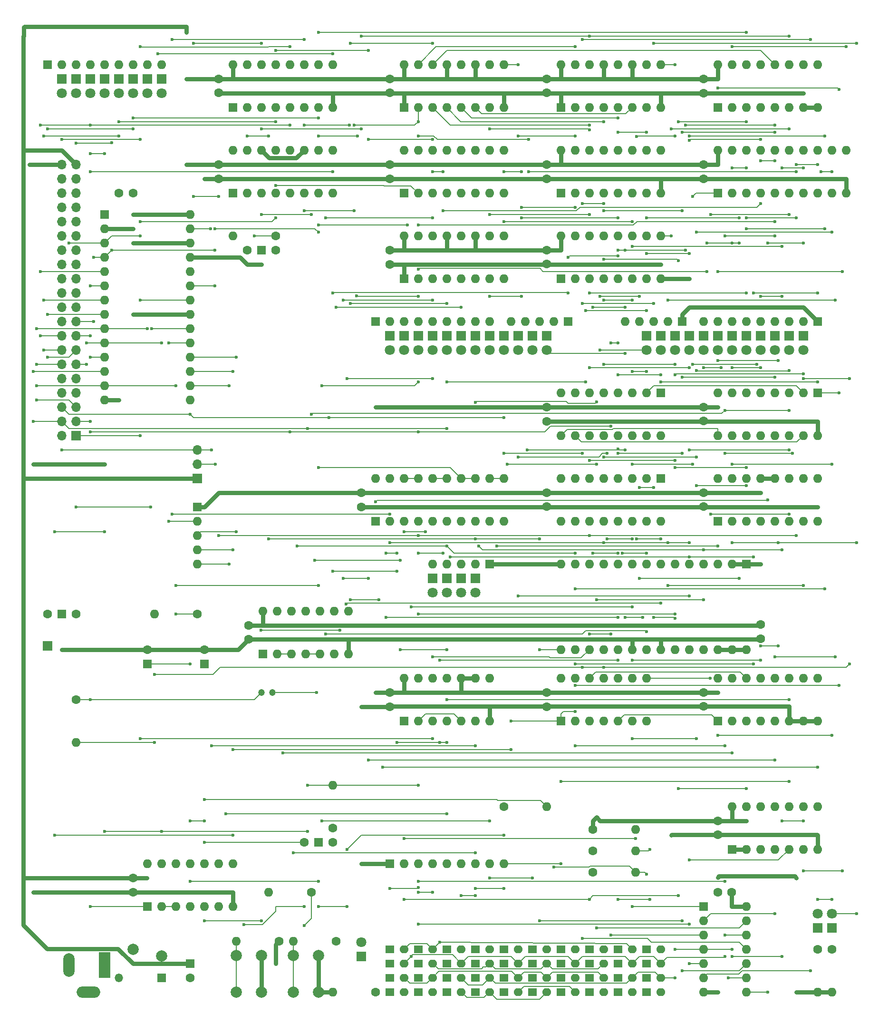
<source format=gbr>
%TF.GenerationSoftware,KiCad,Pcbnew,8.0.6*%
%TF.CreationDate,2025-02-22T13:50:16+09:00*%
%TF.ProjectId,HC4_KiCad,4843345f-4b69-4436-9164-2e6b69636164,rev?*%
%TF.SameCoordinates,Original*%
%TF.FileFunction,Copper,L2,Bot*%
%TF.FilePolarity,Positive*%
%FSLAX46Y46*%
G04 Gerber Fmt 4.6, Leading zero omitted, Abs format (unit mm)*
G04 Created by KiCad (PCBNEW 8.0.6) date 2025-02-22 13:50:16*
%MOMM*%
%LPD*%
G01*
G04 APERTURE LIST*
%TA.AperFunction,ComponentPad*%
%ADD10R,1.800000X1.800000*%
%TD*%
%TA.AperFunction,ComponentPad*%
%ADD11C,1.800000*%
%TD*%
%TA.AperFunction,ComponentPad*%
%ADD12R,1.600000X1.600000*%
%TD*%
%TA.AperFunction,ComponentPad*%
%ADD13O,1.600000X1.600000*%
%TD*%
%TA.AperFunction,ComponentPad*%
%ADD14R,1.600000X1.400000*%
%TD*%
%TA.AperFunction,ComponentPad*%
%ADD15O,1.600000X1.400000*%
%TD*%
%TA.AperFunction,ComponentPad*%
%ADD16R,1.700000X1.700000*%
%TD*%
%TA.AperFunction,ComponentPad*%
%ADD17C,1.600000*%
%TD*%
%TA.AperFunction,ComponentPad*%
%ADD18O,1.700000X1.700000*%
%TD*%
%TA.AperFunction,ComponentPad*%
%ADD19R,2.000000X4.600000*%
%TD*%
%TA.AperFunction,ComponentPad*%
%ADD20O,2.000000X4.200000*%
%TD*%
%TA.AperFunction,ComponentPad*%
%ADD21O,4.200000X2.000000*%
%TD*%
%TA.AperFunction,ComponentPad*%
%ADD22R,1.500000X1.500000*%
%TD*%
%TA.AperFunction,ComponentPad*%
%ADD23C,2.000000*%
%TD*%
%TA.AperFunction,ComponentPad*%
%ADD24C,2.010000*%
%TD*%
%TA.AperFunction,ComponentPad*%
%ADD25O,1.500000X1.500000*%
%TD*%
%TA.AperFunction,ComponentPad*%
%ADD26C,1.200000*%
%TD*%
%TA.AperFunction,ViaPad*%
%ADD27C,0.600000*%
%TD*%
%TA.AperFunction,Conductor*%
%ADD28C,0.800000*%
%TD*%
%TA.AperFunction,Conductor*%
%ADD29C,0.200000*%
%TD*%
G04 APERTURE END LIST*
D10*
%TO.P,LD14,1,K*%
%TO.N,Net-(LD14-K)*%
X180340000Y-78740000D03*
D11*
%TO.P,LD14,2*%
%TO.N,/Program Counter/PC_9*%
X180340000Y-81280000D03*
%TD*%
D12*
%TO.P,IC2,1,VPP*%
%TO.N,VCC*%
X220980000Y-119380000D03*
D13*
%TO.P,IC2,2,A12*%
X218440000Y-119380000D03*
%TO.P,IC2,3,A7*%
%TO.N,/Program Counter/PC_7*%
X215900000Y-119380000D03*
%TO.P,IC2,4,A6*%
%TO.N,/Program Counter/PC_6*%
X213360000Y-119380000D03*
%TO.P,IC2,5,A5*%
%TO.N,/Program Counter/PC_5*%
X210820000Y-119380000D03*
%TO.P,IC2,6,A4*%
%TO.N,/Program Counter/PC_4*%
X208280000Y-119380000D03*
%TO.P,IC2,7,A3*%
%TO.N,/Program Counter/PC_3*%
X205740000Y-119380000D03*
%TO.P,IC2,8,A2*%
%TO.N,/Program Counter/PC_2*%
X203200000Y-119380000D03*
%TO.P,IC2,9,A1*%
%TO.N,/Program Counter/PC_1*%
X200660000Y-119380000D03*
%TO.P,IC2,10,A0*%
%TO.N,/Program Counter/PC_0*%
X198120000Y-119380000D03*
%TO.P,IC2,11,D0*%
%TO.N,/Address BUS/Instruction_0*%
X195580000Y-119380000D03*
%TO.P,IC2,12,D1*%
%TO.N,/Address BUS/Instruction_1*%
X193040000Y-119380000D03*
%TO.P,IC2,13,D2*%
%TO.N,/Address BUS/Instruction_2*%
X190500000Y-119380000D03*
%TO.P,IC2,14,GND*%
%TO.N,GND*%
X187960000Y-119380000D03*
%TO.P,IC2,15,D3*%
%TO.N,/Address BUS/Instruction_3*%
X187960000Y-134620000D03*
%TO.P,IC2,16,D4*%
%TO.N,/Address BUS/Instruction_4*%
X190500000Y-134620000D03*
%TO.P,IC2,17,D5*%
%TO.N,/Address BUS/Instruction_5*%
X193040000Y-134620000D03*
%TO.P,IC2,18,D6*%
%TO.N,/Address BUS/Instruction_6*%
X195580000Y-134620000D03*
%TO.P,IC2,19,D7*%
%TO.N,/Address BUS/Instruction_7*%
X198120000Y-134620000D03*
%TO.P,IC2,20,~{CE}*%
%TO.N,GND*%
X200660000Y-134620000D03*
%TO.P,IC2,21,A10*%
%TO.N,/Program Counter/PC_10*%
X203200000Y-134620000D03*
%TO.P,IC2,22,~{OE}*%
%TO.N,GND*%
X205740000Y-134620000D03*
%TO.P,IC2,23,A11*%
%TO.N,/Program Counter/PC_11*%
X208280000Y-134620000D03*
%TO.P,IC2,24,A9*%
%TO.N,/Program Counter/PC_9*%
X210820000Y-134620000D03*
%TO.P,IC2,25,A8*%
%TO.N,/Program Counter/PC_8*%
X213360000Y-134620000D03*
%TO.P,IC2,26,A13*%
%TO.N,VCC*%
X215900000Y-134620000D03*
%TO.P,IC2,27,A14*%
X218440000Y-134620000D03*
%TO.P,IC2,28,VCC*%
X220980000Y-134620000D03*
%TD*%
D14*
%TO.P,D38,1,K*%
%TO.N,/Data BUS/Level_C_OE*%
X203200000Y-187960000D03*
D15*
%TO.P,D38,2,A*%
%TO.N,unconnected-(D38-A-Pad2)*%
X205740000Y-187960000D03*
%TD*%
D14*
%TO.P,D40,1,K*%
%TO.N,/Data BUS/Level_C_OE*%
X203200000Y-193040000D03*
D15*
%TO.P,D40,2,A*%
%TO.N,/Instruction Decoder/~{i5}*%
X205740000Y-193040000D03*
%TD*%
D14*
%TO.P,D36,1,K*%
%TO.N,/Instruction Decoder/READ*%
X198120000Y-193040000D03*
D15*
%TO.P,D36,2,A*%
%TO.N,/Instruction Decoder/~{i5}*%
X200660000Y-193040000D03*
%TD*%
D12*
%TO.P,IC23,1,I3*%
%TO.N,/Instruction Decoder/~{Carry_Flg}*%
X215900000Y-111760000D03*
D13*
%TO.P,IC23,2,I2*%
%TO.N,/Instruction Decoder/Carry_Flg*%
X218440000Y-111760000D03*
%TO.P,IC23,3,I1*%
%TO.N,GND*%
X220980000Y-111760000D03*
%TO.P,IC23,4,I0*%
%TO.N,VCC*%
X223520000Y-111760000D03*
%TO.P,IC23,5,Z*%
%TO.N,unconnected-(IC23-Z-Pad5)*%
X226060000Y-111760000D03*
%TO.P,IC23,6,~{Z}*%
%TO.N,/Instruction Decoder/~{JMP}*%
X228600000Y-111760000D03*
%TO.P,IC23,7,~{E}*%
%TO.N,/Instruction Decoder/~{is_JP_inst}*%
X231140000Y-111760000D03*
%TO.P,IC23,8,GND*%
%TO.N,GND*%
X233680000Y-111760000D03*
%TO.P,IC23,9,S2*%
%TO.N,/Address BUS/Instruction_2*%
X233680000Y-104140000D03*
%TO.P,IC23,10,S1*%
%TO.N,/Address BUS/Instruction_1*%
X231140000Y-104140000D03*
%TO.P,IC23,11,S0*%
%TO.N,/Address BUS/Instruction_0*%
X228600000Y-104140000D03*
%TO.P,IC23,12,I7*%
%TO.N,GND*%
X226060000Y-104140000D03*
%TO.P,IC23,13,I6*%
X223520000Y-104140000D03*
%TO.P,IC23,14,I5*%
%TO.N,/Instruction Decoder/~{Zero_Flg}*%
X220980000Y-104140000D03*
%TO.P,IC23,15,I4*%
%TO.N,/Instruction Decoder/Zero_Flg*%
X218440000Y-104140000D03*
%TO.P,IC23,16,VCC*%
%TO.N,VCC*%
X215900000Y-104140000D03*
%TD*%
D10*
%TO.P,LD11,1,K*%
%TO.N,Net-(LD11-K)*%
X182880000Y-78740000D03*
D11*
%TO.P,LD11,2*%
%TO.N,/Program Counter/PC_10*%
X182880000Y-81280000D03*
%TD*%
D14*
%TO.P,D18,1,K*%
%TO.N,Net-(D18-K)*%
X177800000Y-187960000D03*
D15*
%TO.P,D18,2,A*%
%TO.N,unconnected-(D18-A-Pad2)*%
X180340000Y-187960000D03*
%TD*%
D14*
%TO.P,D20,1,K*%
%TO.N,Net-(D18-K)*%
X177800000Y-193040000D03*
D15*
%TO.P,D20,2,A*%
%TO.N,/Address BUS/Instruction_5*%
X180340000Y-193040000D03*
%TD*%
D10*
%TO.P,LD2,1,K*%
%TO.N,Net-(LD2-K)*%
X233680000Y-184155000D03*
D11*
%TO.P,LD2,2*%
%TO.N,/Instruction Decoder/Zero_Flg*%
X233680000Y-181615000D03*
%TD*%
D16*
%TO.P,J2,1,Pin_1*%
%TO.N,Net-(J2-Pin_1)*%
X96520000Y-133985000D03*
%TD*%
D14*
%TO.P,D27,1,K*%
%TO.N,Net-(D26-K)*%
X187960000Y-190500000D03*
D15*
%TO.P,D27,2,A*%
%TO.N,/Instruction Decoder/~{i6}*%
X190500000Y-190500000D03*
%TD*%
D17*
%TO.P,CP7,1*%
%TO.N,VCC*%
X185420000Y-48300000D03*
%TO.P,CP7,2*%
%TO.N,GND*%
X185420000Y-50800000D03*
%TD*%
D10*
%TO.P,LD9,1,K*%
%TO.N,Net-(LD9-K)*%
X175260000Y-78740000D03*
D11*
%TO.P,LD9,2*%
%TO.N,/Program Counter/PC_7*%
X175260000Y-81280000D03*
%TD*%
D17*
%TO.P,CP8,1*%
%TO.N,VCC*%
X185420000Y-63500000D03*
%TO.P,CP8,2*%
%TO.N,GND*%
X185420000Y-66000000D03*
%TD*%
D10*
%TO.P,LD6,1,K*%
%TO.N,Net-(LD6-K)*%
X167640000Y-121920000D03*
D11*
%TO.P,LD6,2*%
%TO.N,Net-(IC9-2Y1)*%
X167640000Y-124460000D03*
%TD*%
D12*
%TO.P,IC5,1,Ea*%
%TO.N,GND*%
X160020000Y-53380000D03*
D13*
%TO.P,IC5,2,S1*%
%TO.N,/ALU/ALU_in_B1*%
X162560000Y-53380000D03*
%TO.P,IC5,3,I3a*%
%TO.N,/ALU/I3a*%
X165100000Y-53380000D03*
%TO.P,IC5,4,I2a*%
%TO.N,/ALU/I2a*%
X167640000Y-53380000D03*
%TO.P,IC5,5,I1a*%
%TO.N,/ALU/I1a*%
X170180000Y-53380000D03*
%TO.P,IC5,6,I0a*%
%TO.N,/ALU/I0a*%
X172720000Y-53380000D03*
%TO.P,IC5,7,Za*%
%TO.N,/ALU/Internal_A1*%
X175260000Y-53380000D03*
%TO.P,IC5,8,GND*%
%TO.N,GND*%
X177800000Y-53380000D03*
%TO.P,IC5,9,Zb*%
%TO.N,/ALU/Internal_B1*%
X177800000Y-45760000D03*
%TO.P,IC5,10,I0b*%
%TO.N,GND*%
X175260000Y-45760000D03*
%TO.P,IC5,11,I1b*%
%TO.N,VCC*%
X172720000Y-45760000D03*
%TO.P,IC5,12,I2b*%
%TO.N,GND*%
X170180000Y-45760000D03*
%TO.P,IC5,13,I3b*%
%TO.N,VCC*%
X167640000Y-45760000D03*
%TO.P,IC5,14,S0*%
%TO.N,/ALU/ALU_in_A1*%
X165100000Y-45760000D03*
%TO.P,IC5,15,Eb*%
%TO.N,/Instruction Decoder/ALU_~{Eb}*%
X162560000Y-45760000D03*
%TO.P,IC5,16,VCC*%
%TO.N,VCC*%
X160020000Y-45760000D03*
%TD*%
D12*
%TO.P,C1,1*%
%TO.N,VCC*%
X121920000Y-190540000D03*
D17*
%TO.P,C1,2*%
%TO.N,GND*%
X121920000Y-193040000D03*
%TD*%
D14*
%TO.P,D8,1,K*%
%TO.N,Net-(D6-K)*%
X162560000Y-193040000D03*
D15*
%TO.P,D8,2,A*%
%TO.N,/Address BUS/Instruction_5*%
X165100000Y-193040000D03*
%TD*%
D14*
%TO.P,D2,1,K*%
%TO.N,Net-(D2-K)*%
X157480000Y-187960000D03*
D15*
%TO.P,D2,2,A*%
%TO.N,/Address BUS/Instruction_7*%
X160020000Y-187960000D03*
%TD*%
D16*
%TO.P,JP1,1,A*%
%TO.N,VCC*%
X123190000Y-104140000D03*
D18*
%TO.P,JP1,2,C*%
%TO.N,Net-(IC1-A11)*%
X123190000Y-101600000D03*
%TO.P,JP1,3,B*%
%TO.N,/Data BUS/~{WR}*%
X123190000Y-99060000D03*
%TD*%
D19*
%TO.P,J1,1*%
%TO.N,Net-(F1-Pad1)*%
X106680000Y-190780000D03*
D20*
%TO.P,J1,2*%
%TO.N,GND*%
X100380000Y-190780000D03*
D21*
%TO.P,J1,3*%
%TO.N,N/C*%
X103780000Y-195580000D03*
%TD*%
D12*
%TO.P,IC21,1,Y1*%
%TO.N,/Instruction Decoder/Zero_Flg*%
X215900000Y-147320000D03*
D13*
%TO.P,IC21,2,Y0*%
%TO.N,/Data BUS/BUS_Zero*%
X218440000Y-147320000D03*
%TO.P,IC21,3,Z1*%
%TO.N,unconnected-(IC21-Z1-Pad3)*%
X220980000Y-147320000D03*
%TO.P,IC21,4,Z*%
%TO.N,unconnected-(IC21-Z-Pad4)*%
X223520000Y-147320000D03*
%TO.P,IC21,5,Z0*%
%TO.N,unconnected-(IC21-Z0-Pad5)*%
X226060000Y-147320000D03*
%TO.P,IC21,6,Inh*%
%TO.N,GND*%
X228600000Y-147320000D03*
%TO.P,IC21,7,VEE*%
X231140000Y-147320000D03*
%TO.P,IC21,8,VSS*%
X233680000Y-147320000D03*
%TO.P,IC21,9,C*%
X233680000Y-139700000D03*
%TO.P,IC21,10,B*%
%TO.N,/Address BUS/Instruction_0*%
X231140000Y-139700000D03*
%TO.P,IC21,11,A*%
%TO.N,/Instruction Decoder/ALU_~{Eb}*%
X228600000Y-139700000D03*
%TO.P,IC21,12,X0*%
%TO.N,/ALU/Carry_OUT*%
X226060000Y-139700000D03*
%TO.P,IC21,13,X1*%
%TO.N,/Instruction Decoder/Carry_Flg*%
X223520000Y-139700000D03*
%TO.P,IC21,14,X*%
%TO.N,Net-(IC19B-D)*%
X220980000Y-139700000D03*
%TO.P,IC21,15,Y*%
%TO.N,Net-(IC19A-D)*%
X218440000Y-139700000D03*
%TO.P,IC21,16,VDD*%
%TO.N,VCC*%
X215900000Y-139700000D03*
%TD*%
D12*
%TO.P,IC18,1*%
%TO.N,VCC*%
X218440000Y-170180000D03*
D13*
%TO.P,IC18,2*%
X220980000Y-170180000D03*
%TO.P,IC18,3*%
%TO.N,unconnected-(IC18-Pad3)*%
X223520000Y-170180000D03*
%TO.P,IC18,4*%
%TO.N,/Instruction Decoder/~{i7}*%
X226060000Y-170180000D03*
%TO.P,IC18,5*%
%TO.N,Net-(D6-K)*%
X228600000Y-170180000D03*
%TO.P,IC18,6*%
%TO.N,/Instruction Decoder/~{STACK_LE}*%
X231140000Y-170180000D03*
%TO.P,IC18,7,GND*%
%TO.N,GND*%
X233680000Y-170180000D03*
%TO.P,IC18,8*%
%TO.N,/ALU/I2a*%
X233680000Y-162560000D03*
%TO.P,IC18,9*%
%TO.N,/Instruction Decoder/~{i5}*%
X231140000Y-162560000D03*
%TO.P,IC18,10*%
%TO.N,Net-(D26-K)*%
X228600000Y-162560000D03*
%TO.P,IC18,11*%
%TO.N,/ALU/I3a*%
X226060000Y-162560000D03*
%TO.P,IC18,12*%
%TO.N,/Address BUS/Instruction_4*%
X223520000Y-162560000D03*
%TO.P,IC18,13*%
%TO.N,Net-(D30-K)*%
X220980000Y-162560000D03*
%TO.P,IC18,14,VCC*%
%TO.N,VCC*%
X218440000Y-162560000D03*
%TD*%
D14*
%TO.P,D32,1,K*%
%TO.N,Net-(D30-K)*%
X193040000Y-193040000D03*
D15*
%TO.P,D32,2,A*%
%TO.N,/Address BUS/Instruction_5*%
X195580000Y-193040000D03*
%TD*%
D12*
%TO.P,RN7,1,R1*%
%TO.N,GND*%
X233680000Y-76200000D03*
D13*
%TO.P,RN7,2,R1.2*%
%TO.N,Net-(LD28-K)*%
X231140000Y-76200000D03*
%TO.P,RN7,3,R2.2*%
%TO.N,Net-(LD29-K)*%
X228600000Y-76200000D03*
%TO.P,RN7,4,R3.2*%
%TO.N,Net-(LD30-K)*%
X226060000Y-76200000D03*
%TO.P,RN7,5,R4.2*%
%TO.N,Net-(LD31-K)*%
X223520000Y-76200000D03*
%TO.P,RN7,6,R5.2*%
%TO.N,Net-(LD32-K)*%
X220980000Y-76200000D03*
%TO.P,RN7,7,R6.2*%
%TO.N,Net-(LD33-K)*%
X218440000Y-76200000D03*
%TO.P,RN7,8,R7.2*%
%TO.N,Net-(LD34-K)*%
X215900000Y-76200000D03*
%TO.P,RN7,9,R8.2*%
%TO.N,Net-(LD35-K)*%
X213360000Y-76200000D03*
%TD*%
D14*
%TO.P,D41,1,K*%
%TO.N,/Data BUS/Level_C_OE*%
X203200000Y-195580000D03*
D15*
%TO.P,D41,2,A*%
%TO.N,unconnected-(D41-A-Pad2)*%
X205740000Y-195580000D03*
%TD*%
D10*
%TO.P,LD17,1,K*%
%TO.N,Net-(LD17-K)*%
X177800000Y-78740000D03*
D11*
%TO.P,LD17,2*%
%TO.N,/Program Counter/PC_8*%
X177800000Y-81280000D03*
%TD*%
D10*
%TO.P,LD23,1,K*%
%TO.N,Net-(LD23-K)*%
X106680000Y-33020000D03*
D11*
%TO.P,LD23,2*%
%TO.N,/Address BUS/RAM_A4*%
X106680000Y-35560000D03*
%TD*%
D22*
%TO.P,SW5,1,A*%
%TO.N,Net-(SW5-A)*%
X144780000Y-168910000D03*
D17*
%TO.P,SW5,2,B*%
%TO.N,Net-(SW5-B)*%
X147320000Y-168910000D03*
%TO.P,SW5,3,C*%
%TO.N,Net-(SW5-C)*%
X142240000Y-168910000D03*
%TD*%
D14*
%TO.P,D9,1,K*%
%TO.N,Net-(D6-K)*%
X162560000Y-195580000D03*
D15*
%TO.P,D9,2,A*%
%TO.N,unconnected-(D9-A-Pad2)*%
X165100000Y-195580000D03*
%TD*%
D10*
%TO.P,LD28,1,K*%
%TO.N,Net-(LD28-K)*%
X231140000Y-78740000D03*
D11*
%TO.P,LD28,2*%
%TO.N,/ALU/ALU_in_A0*%
X231140000Y-81280000D03*
%TD*%
D12*
%TO.P,C2,1*%
%TO.N,Net-(C2-Pad1)*%
X124460000Y-137160000D03*
D17*
%TO.P,C2,2*%
%TO.N,GND*%
X124460000Y-134660000D03*
%TD*%
D16*
%TO.P,J3,1,Pin_1*%
%TO.N,/Data BUS/~{RD}*%
X101600000Y-96520000D03*
D18*
%TO.P,J3,2,Pin_2*%
%TO.N,/Data BUS/~{WR}*%
X99060000Y-96520000D03*
%TO.P,J3,3,Pin_3*%
%TO.N,/Data BUS/Stack0*%
X101600000Y-93980000D03*
%TO.P,J3,4,Pin_4*%
%TO.N,/Data BUS/Stack1*%
X99060000Y-93980000D03*
%TO.P,J3,5,Pin_5*%
%TO.N,/Data BUS/Stack2*%
X101600000Y-91440000D03*
%TO.P,J3,6,Pin_6*%
%TO.N,/Data BUS/Stack3*%
X99060000Y-91440000D03*
%TO.P,J3,7,Pin_7*%
%TO.N,unconnected-(J3-Pin_7-Pad7)*%
X101600000Y-88900000D03*
%TO.P,J3,8,Pin_8*%
%TO.N,unconnected-(J3-Pin_8-Pad8)*%
X99060000Y-88900000D03*
%TO.P,J3,9,Pin_9*%
%TO.N,unconnected-(J3-Pin_9-Pad9)*%
X101600000Y-86360000D03*
%TO.P,J3,10,Pin_10*%
%TO.N,unconnected-(J3-Pin_10-Pad10)*%
X99060000Y-86360000D03*
%TO.P,J3,11,Pin_11*%
%TO.N,/Address BUS/RAM_A0*%
X101600000Y-83820000D03*
%TO.P,J3,12,Pin_12*%
%TO.N,/Address BUS/RAM_A1*%
X99060000Y-83820000D03*
%TO.P,J3,13,Pin_13*%
%TO.N,/Address BUS/RAM_A2*%
X101600000Y-81280000D03*
%TO.P,J3,14,Pin_14*%
%TO.N,/Address BUS/RAM_A3*%
X99060000Y-81280000D03*
%TO.P,J3,15,Pin_15*%
%TO.N,/Address BUS/RAM_A4*%
X101600000Y-78740000D03*
%TO.P,J3,16,Pin_16*%
%TO.N,/Address BUS/RAM_A5*%
X99060000Y-78740000D03*
%TO.P,J3,17,Pin_17*%
%TO.N,/Address BUS/RAM_A6*%
X101600000Y-76200000D03*
%TO.P,J3,18,Pin_18*%
%TO.N,/Address BUS/RAM_A7*%
X99060000Y-76200000D03*
%TO.P,J3,19,Pin_19*%
%TO.N,unconnected-(J3-Pin_19-Pad19)*%
X101600000Y-73660000D03*
%TO.P,J3,20,Pin_20*%
%TO.N,unconnected-(J3-Pin_20-Pad20)*%
X99060000Y-73660000D03*
%TO.P,J3,21,Pin_21*%
%TO.N,unconnected-(J3-Pin_21-Pad21)*%
X101600000Y-71120000D03*
%TO.P,J3,22,Pin_22*%
%TO.N,unconnected-(J3-Pin_22-Pad22)*%
X99060000Y-71120000D03*
%TO.P,J3,23,Pin_23*%
%TO.N,unconnected-(J3-Pin_23-Pad23)*%
X101600000Y-68580000D03*
%TO.P,J3,24,Pin_24*%
%TO.N,unconnected-(J3-Pin_24-Pad24)*%
X99060000Y-68580000D03*
%TO.P,J3,25,Pin_25*%
%TO.N,unconnected-(J3-Pin_25-Pad25)*%
X101600000Y-66040000D03*
%TO.P,J3,26,Pin_26*%
%TO.N,unconnected-(J3-Pin_26-Pad26)*%
X99060000Y-66040000D03*
%TO.P,J3,27,Pin_27*%
%TO.N,unconnected-(J3-Pin_27-Pad27)*%
X101600000Y-63500000D03*
%TO.P,J3,28,Pin_28*%
%TO.N,CLK2*%
X99060000Y-63500000D03*
%TO.P,J3,29,Pin_29*%
%TO.N,unconnected-(J3-Pin_29-Pad29)*%
X101600000Y-60960000D03*
%TO.P,J3,30,Pin_30*%
%TO.N,~{RESET}*%
X99060000Y-60960000D03*
%TO.P,J3,31,Pin_31*%
%TO.N,unconnected-(J3-Pin_31-Pad31)*%
X101600000Y-58420000D03*
%TO.P,J3,32,Pin_32*%
%TO.N,unconnected-(J3-Pin_32-Pad32)*%
X99060000Y-58420000D03*
%TO.P,J3,33,Pin_33*%
%TO.N,unconnected-(J3-Pin_33-Pad33)*%
X101600000Y-55880000D03*
%TO.P,J3,34,Pin_34*%
%TO.N,unconnected-(J3-Pin_34-Pad34)*%
X99060000Y-55880000D03*
%TO.P,J3,35,Pin_35*%
%TO.N,unconnected-(J3-Pin_35-Pad35)*%
X101600000Y-53340000D03*
%TO.P,J3,36,Pin_36*%
%TO.N,unconnected-(J3-Pin_36-Pad36)*%
X99060000Y-53340000D03*
%TO.P,J3,37,Pin_37*%
%TO.N,unconnected-(J3-Pin_37-Pad37)*%
X101600000Y-50800000D03*
%TO.P,J3,38,Pin_38*%
%TO.N,unconnected-(J3-Pin_38-Pad38)*%
X99060000Y-50800000D03*
%TO.P,J3,39,Pin_39*%
%TO.N,VCC*%
X101600000Y-48260000D03*
%TO.P,J3,40,Pin_40*%
%TO.N,GND*%
X99060000Y-48260000D03*
%TD*%
D17*
%TO.P,CP11,1*%
%TO.N,VCC*%
X213360000Y-33060000D03*
%TO.P,CP11,2*%
%TO.N,GND*%
X213360000Y-35560000D03*
%TD*%
D12*
%TO.P,RN4,1,R1*%
%TO.N,GND*%
X154940000Y-76200000D03*
D13*
%TO.P,RN4,2,R1.2*%
%TO.N,Net-(LD19-K)*%
X157480000Y-76200000D03*
%TO.P,RN4,3,R2.2*%
%TO.N,Net-(LD16-K)*%
X160020000Y-76200000D03*
%TO.P,RN4,4,R3.2*%
%TO.N,Net-(LD13-K)*%
X162560000Y-76200000D03*
%TO.P,RN4,5,R4.2*%
%TO.N,Net-(LD10-K)*%
X165100000Y-76200000D03*
%TO.P,RN4,6,R5.2*%
%TO.N,Net-(LD18-K)*%
X167640000Y-76200000D03*
%TO.P,RN4,7,R6.2*%
%TO.N,Net-(LD15-K)*%
X170180000Y-76200000D03*
%TO.P,RN4,8,R7.2*%
%TO.N,Net-(LD12-K)*%
X172720000Y-76200000D03*
%TO.P,RN4,9,R8.2*%
%TO.N,Net-(LD9-K)*%
X175260000Y-76200000D03*
%TD*%
D14*
%TO.P,D35,1,K*%
%TO.N,/Instruction Decoder/READ*%
X198120000Y-190500000D03*
D15*
%TO.P,D35,2,A*%
%TO.N,/Instruction Decoder/~{i6}*%
X200660000Y-190500000D03*
%TD*%
D22*
%TO.P,SW2,1,A*%
%TO.N,VCC*%
X134620000Y-63500000D03*
D17*
%TO.P,SW2,2,B*%
%TO.N,Net-(IC16-OE)*%
X137160000Y-63500000D03*
%TO.P,SW2,3,C*%
%TO.N,unconnected-(SW2-C-Pad3)*%
X132080000Y-63500000D03*
%TD*%
D10*
%TO.P,LD7,1,K*%
%TO.N,Net-(LD7-K)*%
X165100000Y-121960000D03*
D11*
%TO.P,LD7,2*%
%TO.N,Net-(IC9-2Y0)*%
X165100000Y-124500000D03*
%TD*%
D10*
%TO.P,LD10,1,K*%
%TO.N,Net-(LD10-K)*%
X165100000Y-78740000D03*
D11*
%TO.P,LD10,2*%
%TO.N,/Program Counter/PC_3*%
X165100000Y-81280000D03*
%TD*%
D12*
%TO.P,IC13,1,/CLR*%
%TO.N,~{RESET}*%
X205740000Y-88940000D03*
D13*
%TO.P,IC13,2,CK*%
%TO.N,CLK*%
X203200000Y-88940000D03*
%TO.P,IC13,3,A*%
%TO.N,/Data BUS/Level_C3*%
X200660000Y-88940000D03*
%TO.P,IC13,4,B*%
%TO.N,/Data BUS/Level_C2*%
X198120000Y-88940000D03*
%TO.P,IC13,5,C*%
%TO.N,/Data BUS/Level_C1*%
X195580000Y-88940000D03*
%TO.P,IC13,6,D*%
%TO.N,/Data BUS/Level_C0*%
X193040000Y-88940000D03*
%TO.P,IC13,7,ENP*%
%TO.N,VCC*%
X190500000Y-88940000D03*
%TO.P,IC13,8,GND*%
%TO.N,GND*%
X187960000Y-88940000D03*
%TO.P,IC13,9,/LOAD*%
%TO.N,/Instruction Decoder/~{JMP}*%
X187960000Y-96560000D03*
%TO.P,IC13,10,ENT*%
%TO.N,Net-(IC13-ENT)*%
X190500000Y-96560000D03*
%TO.P,IC13,11,QD*%
%TO.N,/Program Counter/PC_8*%
X193040000Y-96560000D03*
%TO.P,IC13,12,QC*%
%TO.N,/Program Counter/PC_9*%
X195580000Y-96560000D03*
%TO.P,IC13,13,QB*%
%TO.N,/Program Counter/PC_10*%
X198120000Y-96560000D03*
%TO.P,IC13,14,QA*%
%TO.N,/Program Counter/PC_11*%
X200660000Y-96560000D03*
%TO.P,IC13,15,CO*%
%TO.N,unconnected-(IC13-CO-Pad15)*%
X203200000Y-96560000D03*
%TO.P,IC13,16,VCC*%
%TO.N,VCC*%
X205740000Y-96560000D03*
%TD*%
D17*
%TO.P,CP1,1*%
%TO.N,VCC*%
X111760000Y-53340000D03*
%TO.P,CP1,2*%
%TO.N,GND*%
X109260000Y-53340000D03*
%TD*%
%TO.P,CP20,1*%
%TO.N,VCC*%
X157480000Y-142280000D03*
%TO.P,CP20,2*%
%TO.N,GND*%
X157480000Y-144780000D03*
%TD*%
D12*
%TO.P,IC6,1,Ea*%
%TO.N,GND*%
X160020000Y-68620000D03*
D13*
%TO.P,IC6,2,S1*%
%TO.N,/ALU/ALU_in_B0*%
X162560000Y-68620000D03*
%TO.P,IC6,3,I3a*%
%TO.N,/ALU/I3a*%
X165100000Y-68620000D03*
%TO.P,IC6,4,I2a*%
%TO.N,/ALU/I2a*%
X167640000Y-68620000D03*
%TO.P,IC6,5,I1a*%
%TO.N,/ALU/I1a*%
X170180000Y-68620000D03*
%TO.P,IC6,6,I0a*%
%TO.N,/ALU/I0a*%
X172720000Y-68620000D03*
%TO.P,IC6,7,Za*%
%TO.N,/ALU/Internal_A0*%
X175260000Y-68620000D03*
%TO.P,IC6,8,GND*%
%TO.N,GND*%
X177800000Y-68620000D03*
%TO.P,IC6,9,Zb*%
%TO.N,/ALU/Internal_B0*%
X177800000Y-61000000D03*
%TO.P,IC6,10,I0b*%
%TO.N,GND*%
X175260000Y-61000000D03*
%TO.P,IC6,11,I1b*%
%TO.N,VCC*%
X172720000Y-61000000D03*
%TO.P,IC6,12,I2b*%
%TO.N,GND*%
X170180000Y-61000000D03*
%TO.P,IC6,13,I3b*%
%TO.N,VCC*%
X167640000Y-61000000D03*
%TO.P,IC6,14,S0*%
%TO.N,/ALU/ALU_in_A0*%
X165100000Y-61000000D03*
%TO.P,IC6,15,Eb*%
%TO.N,/Instruction Decoder/ALU_~{Eb}*%
X162560000Y-61000000D03*
%TO.P,IC6,16,VCC*%
%TO.N,VCC*%
X160020000Y-61000000D03*
%TD*%
D10*
%TO.P,LD36,1,K*%
%TO.N,Net-(LD36-K)*%
X210820000Y-78740000D03*
D11*
%TO.P,LD36,2*%
%TO.N,/Data BUS/Level_C0*%
X210820000Y-81280000D03*
%TD*%
D12*
%TO.P,IC10,1*%
%TO.N,/ALU/I1a*%
X134874000Y-135382000D03*
D13*
%TO.P,IC10,2*%
%TO.N,Net-(D18-K)*%
X137414000Y-135382000D03*
%TO.P,IC10,3*%
X139954000Y-135382000D03*
%TO.P,IC10,4*%
%TO.N,Net-(D22-K)*%
X142494000Y-135382000D03*
%TO.P,IC10,5*%
X145034000Y-135382000D03*
%TO.P,IC10,6*%
%TO.N,N/C*%
X147574000Y-135382000D03*
%TO.P,IC10,7,VSS*%
%TO.N,GND*%
X150114000Y-135382000D03*
%TO.P,IC10,8*%
%TO.N,N/C*%
X150114000Y-127762000D03*
%TO.P,IC10,9*%
%TO.N,/Data BUS/Stack3*%
X147574000Y-127762000D03*
%TO.P,IC10,10*%
%TO.N,/Data BUS/Stack2*%
X145034000Y-127762000D03*
%TO.P,IC10,11*%
%TO.N,/Data BUS/Stack1*%
X142494000Y-127762000D03*
%TO.P,IC10,12*%
%TO.N,/Data BUS/Stack0*%
X139954000Y-127762000D03*
%TO.P,IC10,13*%
%TO.N,/Data BUS/BUS_Zero*%
X137414000Y-127762000D03*
%TO.P,IC10,14,VDD*%
%TO.N,VCC*%
X134874000Y-127762000D03*
%TD*%
D17*
%TO.P,CP22,1*%
%TO.N,VCC*%
X218400000Y-177800000D03*
%TO.P,CP22,2*%
%TO.N,GND*%
X215900000Y-177800000D03*
%TD*%
D23*
%TO.P,SW3,1,1*%
%TO.N,GND*%
X134620000Y-189080000D03*
X134620000Y-195580000D03*
%TO.P,SW3,2,2*%
%TO.N,Net-(R7-Pad2)*%
X130120000Y-189080000D03*
X130120000Y-195580000D03*
%TD*%
D10*
%TO.P,LD3,1,K*%
%TO.N,Net-(LD3-K)*%
X236220000Y-184150000D03*
D11*
%TO.P,LD3,2*%
%TO.N,/Instruction Decoder/Carry_Flg*%
X236220000Y-181610000D03*
%TD*%
D17*
%TO.P,CP17,1*%
%TO.N,VCC*%
X127000000Y-33020000D03*
%TO.P,CP17,2*%
%TO.N,GND*%
X127000000Y-35520000D03*
%TD*%
D14*
%TO.P,D39,1,K*%
%TO.N,/Data BUS/Level_C_OE*%
X203200000Y-190500000D03*
D15*
%TO.P,D39,2,A*%
%TO.N,/Instruction Decoder/~{i6}*%
X205740000Y-190500000D03*
%TD*%
D14*
%TO.P,D37,1,K*%
%TO.N,/Instruction Decoder/READ*%
X198120000Y-195580000D03*
D15*
%TO.P,D37,2,A*%
%TO.N,unconnected-(D37-A-Pad2)*%
X200660000Y-195580000D03*
%TD*%
D10*
%TO.P,LD30,1,K*%
%TO.N,Net-(LD30-K)*%
X226060000Y-78740000D03*
D11*
%TO.P,LD30,2*%
%TO.N,/ALU/ALU_in_A2*%
X226060000Y-81280000D03*
%TD*%
D17*
%TO.P,CP19,1*%
%TO.N,VCC*%
X185420000Y-142280000D03*
%TO.P,CP19,2*%
%TO.N,GND*%
X185420000Y-144780000D03*
%TD*%
D14*
%TO.P,D24,1,K*%
%TO.N,Net-(D22-K)*%
X182880000Y-193040000D03*
D15*
%TO.P,D24,2,A*%
%TO.N,/Address BUS/Instruction_5*%
X185420000Y-193040000D03*
%TD*%
D10*
%TO.P,LD27,1,K*%
%TO.N,Net-(LD27-K)*%
X116840000Y-33060000D03*
D11*
%TO.P,LD27,2*%
%TO.N,/Address BUS/RAM_A0*%
X116840000Y-35600000D03*
%TD*%
D10*
%TO.P,LD31,1,K*%
%TO.N,Net-(LD31-K)*%
X223520000Y-78740000D03*
D11*
%TO.P,LD31,2*%
%TO.N,/ALU/ALU_in_A3*%
X223520000Y-81280000D03*
%TD*%
D10*
%TO.P,LD26,1,K*%
%TO.N,Net-(LD26-K)*%
X114300000Y-33020000D03*
D11*
%TO.P,LD26,2*%
%TO.N,/Address BUS/RAM_A1*%
X114300000Y-35560000D03*
%TD*%
D17*
%TO.P,R3,1*%
%TO.N,Net-(LD3-K)*%
X236220000Y-187960000D03*
D13*
%TO.P,R3,2*%
%TO.N,GND*%
X236220000Y-195580000D03*
%TD*%
D10*
%TO.P,LD20,1,K*%
%TO.N,Net-(LD20-K)*%
X99060000Y-33065000D03*
D11*
%TO.P,LD20,2*%
%TO.N,/Address BUS/RAM_A7*%
X99060000Y-35605000D03*
%TD*%
D14*
%TO.P,D13,1,K*%
%TO.N,/Address BUS/MEMMode*%
X167640000Y-195580000D03*
D15*
%TO.P,D13,2,A*%
%TO.N,/Instruction Decoder/~{i4}*%
X170180000Y-195580000D03*
%TD*%
D17*
%TO.P,R12,1*%
%TO.N,Net-(SW5-B)*%
X147320000Y-166370000D03*
D13*
%TO.P,R12,2*%
%TO.N,CLK2*%
X147320000Y-158750000D03*
%TD*%
D10*
%TO.P,LD1,1,K*%
%TO.N,Net-(LD1-K)*%
X152400000Y-189230000D03*
D11*
%TO.P,LD1,2*%
%TO.N,VCC*%
X152400000Y-186690000D03*
%TD*%
D17*
%TO.P,R1,1*%
%TO.N,Net-(LD1-K)*%
X154940000Y-195580000D03*
D13*
%TO.P,R1,2*%
%TO.N,GND*%
X147320000Y-195580000D03*
%TD*%
D12*
%TO.P,RN1,1,common*%
%TO.N,VCC*%
X123190000Y-109220000D03*
D13*
%TO.P,RN1,2,R1*%
%TO.N,Net-(IC1-Q7)*%
X123190000Y-111760000D03*
%TO.P,RN1,3,R2*%
%TO.N,Net-(IC1-Q6)*%
X123190000Y-114300000D03*
%TO.P,RN1,4,R3*%
%TO.N,Net-(IC1-Q5)*%
X123190000Y-116840000D03*
%TO.P,RN1,5,R4*%
%TO.N,Net-(IC1-Q4)*%
X123190000Y-119380000D03*
%TD*%
D17*
%TO.P,R5,1*%
%TO.N,VCC*%
X193610000Y-170460000D03*
D13*
%TO.P,R5,2*%
%TO.N,/Instruction Decoder/READ*%
X201230000Y-170460000D03*
%TD*%
D14*
%TO.P,D15,1,K*%
%TO.N,/ALU/I0a*%
X172720000Y-190500000D03*
D15*
%TO.P,D15,2,A*%
%TO.N,/Address BUS/Instruction_6*%
X175260000Y-190500000D03*
%TD*%
D10*
%TO.P,LD24,1,K*%
%TO.N,Net-(LD24-K)*%
X109220000Y-33020000D03*
D11*
%TO.P,LD24,2*%
%TO.N,/Address BUS/RAM_A3*%
X109220000Y-35560000D03*
%TD*%
D17*
%TO.P,CP2,1*%
%TO.N,VCC*%
X223520000Y-130195000D03*
%TO.P,CP2,2*%
%TO.N,GND*%
X223520000Y-132695000D03*
%TD*%
D10*
%TO.P,LD12,1,K*%
%TO.N,Net-(LD12-K)*%
X172720000Y-78740000D03*
D11*
%TO.P,LD12,2*%
%TO.N,/Program Counter/PC_6*%
X172720000Y-81280000D03*
%TD*%
D10*
%TO.P,LD37,1,K*%
%TO.N,Net-(LD37-K)*%
X208280000Y-78740000D03*
D11*
%TO.P,LD37,2*%
%TO.N,/Data BUS/Level_C1*%
X208280000Y-81280000D03*
%TD*%
D14*
%TO.P,D11,1,K*%
%TO.N,/Address BUS/MEMMode*%
X167640000Y-190500000D03*
D15*
%TO.P,D11,2,A*%
%TO.N,/Instruction Decoder/~{i6}*%
X170180000Y-190500000D03*
%TD*%
D14*
%TO.P,D6,1,K*%
%TO.N,Net-(D6-K)*%
X162560000Y-187960000D03*
D15*
%TO.P,D6,2,A*%
%TO.N,/Address BUS/Instruction_7*%
X165100000Y-187960000D03*
%TD*%
D17*
%TO.P,CP21,1*%
%TO.N,VCC*%
X213360000Y-142240000D03*
%TO.P,CP21,2*%
%TO.N,GND*%
X213360000Y-144740000D03*
%TD*%
D12*
%TO.P,IC16,1,S*%
%TO.N,/Address BUS/MEMMode*%
X129540000Y-53340000D03*
D13*
%TO.P,IC16,2,I0a*%
%TO.N,GND*%
X132080000Y-53340000D03*
%TO.P,IC16,3,I1a*%
%TO.N,/ALU/ALU_in_B3*%
X134620000Y-53340000D03*
%TO.P,IC16,4,Za*%
%TO.N,/Address BUS/RAM_A7*%
X137160000Y-53340000D03*
%TO.P,IC16,5,I0b*%
%TO.N,GND*%
X139700000Y-53340000D03*
%TO.P,IC16,6,I1b*%
%TO.N,/ALU/ALU_in_B2*%
X142240000Y-53340000D03*
%TO.P,IC16,7,Zb*%
%TO.N,/Address BUS/RAM_A6*%
X144780000Y-53340000D03*
%TO.P,IC16,8,GND*%
%TO.N,GND*%
X147320000Y-53340000D03*
%TO.P,IC16,9,Zd*%
%TO.N,/Address BUS/RAM_A4*%
X147320000Y-45720000D03*
%TO.P,IC16,10,I1d*%
%TO.N,/ALU/ALU_in_B0*%
X144780000Y-45720000D03*
%TO.P,IC16,11,I0d*%
%TO.N,GND*%
X142240000Y-45720000D03*
%TO.P,IC16,12,Zc*%
%TO.N,/Address BUS/RAM_A5*%
X139700000Y-45720000D03*
%TO.P,IC16,13,I1c*%
%TO.N,/ALU/ALU_in_B1*%
X137160000Y-45720000D03*
%TO.P,IC16,14,I0c*%
%TO.N,GND*%
X134620000Y-45720000D03*
%TO.P,IC16,15,OE*%
%TO.N,Net-(IC16-OE)*%
X132080000Y-45720000D03*
%TO.P,IC16,16,VCC*%
%TO.N,VCC*%
X129540000Y-45720000D03*
%TD*%
D10*
%TO.P,LD38,1,K*%
%TO.N,Net-(LD38-K)*%
X205740000Y-78740000D03*
D11*
%TO.P,LD38,2*%
%TO.N,/Data BUS/Level_C2*%
X205740000Y-81280000D03*
%TD*%
D14*
%TO.P,D23,1,K*%
%TO.N,Net-(D22-K)*%
X182880000Y-190500000D03*
D15*
%TO.P,D23,2,A*%
%TO.N,/Address BUS/Instruction_6*%
X185420000Y-190500000D03*
%TD*%
D12*
%TO.P,IC4,1,Ea*%
%TO.N,GND*%
X160020000Y-38140000D03*
D13*
%TO.P,IC4,2,S1*%
%TO.N,/ALU/ALU_in_B2*%
X162560000Y-38140000D03*
%TO.P,IC4,3,I3a*%
%TO.N,/ALU/I3a*%
X165100000Y-38140000D03*
%TO.P,IC4,4,I2a*%
%TO.N,/ALU/I2a*%
X167640000Y-38140000D03*
%TO.P,IC4,5,I1a*%
%TO.N,/ALU/I1a*%
X170180000Y-38140000D03*
%TO.P,IC4,6,I0a*%
%TO.N,/ALU/I0a*%
X172720000Y-38140000D03*
%TO.P,IC4,7,Za*%
%TO.N,/ALU/Internal_A2*%
X175260000Y-38140000D03*
%TO.P,IC4,8,GND*%
%TO.N,GND*%
X177800000Y-38140000D03*
%TO.P,IC4,9,Zb*%
%TO.N,/ALU/Internal_B2*%
X177800000Y-30520000D03*
%TO.P,IC4,10,I0b*%
%TO.N,GND*%
X175260000Y-30520000D03*
%TO.P,IC4,11,I1b*%
%TO.N,VCC*%
X172720000Y-30520000D03*
%TO.P,IC4,12,I2b*%
%TO.N,GND*%
X170180000Y-30520000D03*
%TO.P,IC4,13,I3b*%
%TO.N,VCC*%
X167640000Y-30520000D03*
%TO.P,IC4,14,S0*%
%TO.N,/ALU/ALU_in_A2*%
X165100000Y-30520000D03*
%TO.P,IC4,15,Eb*%
%TO.N,/Instruction Decoder/ALU_~{Eb}*%
X162560000Y-30520000D03*
%TO.P,IC4,16,VCC*%
%TO.N,VCC*%
X160020000Y-30520000D03*
%TD*%
D12*
%TO.P,IC15,1,/CLR*%
%TO.N,~{RESET}*%
X205740000Y-104180000D03*
D13*
%TO.P,IC15,2,CK*%
%TO.N,CLK*%
X203200000Y-104180000D03*
%TO.P,IC15,3,A*%
%TO.N,/ALU/ALU_in_A3*%
X200660000Y-104180000D03*
%TO.P,IC15,4,B*%
%TO.N,/ALU/ALU_in_A2*%
X198120000Y-104180000D03*
%TO.P,IC15,5,C*%
%TO.N,/ALU/ALU_in_A1*%
X195580000Y-104180000D03*
%TO.P,IC15,6,D*%
%TO.N,/ALU/ALU_in_A0*%
X193040000Y-104180000D03*
%TO.P,IC15,7,ENP*%
%TO.N,VCC*%
X190500000Y-104180000D03*
%TO.P,IC15,8,GND*%
%TO.N,GND*%
X187960000Y-104180000D03*
%TO.P,IC15,9,/LOAD*%
%TO.N,/Instruction Decoder/~{JMP}*%
X187960000Y-111800000D03*
%TO.P,IC15,10,ENT*%
%TO.N,VCC*%
X190500000Y-111800000D03*
%TO.P,IC15,11,QD*%
%TO.N,/Program Counter/PC_0*%
X193040000Y-111800000D03*
%TO.P,IC15,12,QC*%
%TO.N,/Program Counter/PC_1*%
X195580000Y-111800000D03*
%TO.P,IC15,13,QB*%
%TO.N,/Program Counter/PC_2*%
X198120000Y-111800000D03*
%TO.P,IC15,14,QA*%
%TO.N,/Program Counter/PC_3*%
X200660000Y-111800000D03*
%TO.P,IC15,15,CO*%
%TO.N,Net-(IC14-ENT)*%
X203200000Y-111800000D03*
%TO.P,IC15,16,VCC*%
%TO.N,VCC*%
X205740000Y-111800000D03*
%TD*%
D14*
%TO.P,D30,1,K*%
%TO.N,Net-(D30-K)*%
X193040000Y-187960000D03*
D15*
%TO.P,D30,2,A*%
%TO.N,unconnected-(D30-A-Pad2)*%
X195580000Y-187960000D03*
%TD*%
D10*
%TO.P,LD29,1,K*%
%TO.N,Net-(LD29-K)*%
X228600000Y-78740000D03*
D11*
%TO.P,LD29,2*%
%TO.N,/ALU/ALU_in_A1*%
X228600000Y-81280000D03*
%TD*%
D12*
%TO.P,IC22,1*%
%TO.N,/Address BUS/Instruction_7*%
X213360000Y-180340000D03*
D13*
%TO.P,IC22,2*%
%TO.N,/Instruction Decoder/~{i7}*%
X213360000Y-182880000D03*
%TO.P,IC22,3*%
%TO.N,/Address BUS/Instruction_5*%
X213360000Y-185420000D03*
%TO.P,IC22,4*%
%TO.N,/Instruction Decoder/~{i5}*%
X213360000Y-187960000D03*
%TO.P,IC22,5*%
%TO.N,Net-(D6-K)*%
X213360000Y-190500000D03*
%TO.P,IC22,6*%
%TO.N,/Instruction Decoder/~{is_JP_inst}*%
X213360000Y-193040000D03*
%TO.P,IC22,7,GND*%
%TO.N,GND*%
X213360000Y-195580000D03*
%TO.P,IC22,8*%
%TO.N,/Data BUS/~{Immediate_OE}*%
X220980000Y-195580000D03*
%TO.P,IC22,9*%
%TO.N,Net-(D2-K)*%
X220980000Y-193040000D03*
%TO.P,IC22,10*%
%TO.N,/Instruction Decoder/~{i4}*%
X220980000Y-190500000D03*
%TO.P,IC22,11*%
%TO.N,/Address BUS/Instruction_4*%
X220980000Y-187960000D03*
%TO.P,IC22,12*%
%TO.N,/Instruction Decoder/~{i6}*%
X220980000Y-185420000D03*
%TO.P,IC22,13*%
%TO.N,/Address BUS/Instruction_6*%
X220980000Y-182880000D03*
%TO.P,IC22,14,VCC*%
%TO.N,VCC*%
X220980000Y-180340000D03*
%TD*%
D14*
%TO.P,D14,1,K*%
%TO.N,/ALU/I0a*%
X172720000Y-187960000D03*
D15*
%TO.P,D14,2,A*%
%TO.N,unconnected-(D14-A-Pad2)*%
X175260000Y-187960000D03*
%TD*%
D17*
%TO.P,CP18,1*%
%TO.N,VCC*%
X215900000Y-165100000D03*
%TO.P,CP18,2*%
%TO.N,GND*%
X215900000Y-167600000D03*
%TD*%
D22*
%TO.P,SW1,1,A*%
%TO.N,GND*%
X99060000Y-128270000D03*
D17*
%TO.P,SW1,2,B*%
%TO.N,Net-(IC1-~{CS})*%
X101600000Y-128270000D03*
%TO.P,SW1,3,C*%
%TO.N,Net-(J2-Pin_1)*%
X96520000Y-128270000D03*
%TD*%
D12*
%TO.P,IC14,1,/CLR*%
%TO.N,~{RESET}*%
X233680000Y-88900000D03*
D13*
%TO.P,IC14,2,CK*%
%TO.N,CLK*%
X231140000Y-88900000D03*
%TO.P,IC14,3,A*%
%TO.N,/ALU/ALU_in_B3*%
X228600000Y-88900000D03*
%TO.P,IC14,4,B*%
%TO.N,/ALU/ALU_in_B2*%
X226060000Y-88900000D03*
%TO.P,IC14,5,C*%
%TO.N,/ALU/ALU_in_B1*%
X223520000Y-88900000D03*
%TO.P,IC14,6,D*%
%TO.N,/ALU/ALU_in_B0*%
X220980000Y-88900000D03*
%TO.P,IC14,7,ENP*%
%TO.N,VCC*%
X218440000Y-88900000D03*
%TO.P,IC14,8,GND*%
%TO.N,GND*%
X215900000Y-88900000D03*
%TO.P,IC14,9,/LOAD*%
%TO.N,/Instruction Decoder/~{JMP}*%
X215900000Y-96520000D03*
%TO.P,IC14,10,ENT*%
%TO.N,Net-(IC14-ENT)*%
X218440000Y-96520000D03*
%TO.P,IC14,11,QD*%
%TO.N,/Program Counter/PC_4*%
X220980000Y-96520000D03*
%TO.P,IC14,12,QC*%
%TO.N,/Program Counter/PC_5*%
X223520000Y-96520000D03*
%TO.P,IC14,13,QB*%
%TO.N,/Program Counter/PC_6*%
X226060000Y-96520000D03*
%TO.P,IC14,14,QA*%
%TO.N,/Program Counter/PC_7*%
X228600000Y-96520000D03*
%TO.P,IC14,15,CO*%
%TO.N,Net-(IC13-ENT)*%
X231140000Y-96520000D03*
%TO.P,IC14,16,VCC*%
%TO.N,VCC*%
X233680000Y-96520000D03*
%TD*%
D17*
%TO.P,R2,1*%
%TO.N,Net-(LD2-K)*%
X233680000Y-187960000D03*
D13*
%TO.P,R2,2*%
%TO.N,GND*%
X233680000Y-195580000D03*
%TD*%
D14*
%TO.P,D26,1,K*%
%TO.N,Net-(D26-K)*%
X187960000Y-187960000D03*
D15*
%TO.P,D26,2,A*%
%TO.N,unconnected-(D26-A-Pad2)*%
X190500000Y-187960000D03*
%TD*%
D10*
%TO.P,LD21,1,K*%
%TO.N,Net-(LD21-K)*%
X101600000Y-33020000D03*
D11*
%TO.P,LD21,2*%
%TO.N,/Address BUS/RAM_A6*%
X101600000Y-35560000D03*
%TD*%
D17*
%TO.P,R10,1*%
%TO.N,Net-(R10-Pad1)*%
X143510000Y-177800000D03*
D13*
%TO.P,R10,2*%
%TO.N,Net-(C3-Pad1)*%
X135890000Y-177800000D03*
%TD*%
D12*
%TO.P,IC12,1,~{E}*%
%TO.N,/Instruction Decoder/~{STACK_LE}*%
X215900000Y-53380000D03*
D13*
%TO.P,IC12,2,Q0*%
%TO.N,/ALU/ALU_in_B0*%
X218440000Y-53380000D03*
%TO.P,IC12,3,D0*%
%TO.N,/ALU/ALU_in_A0*%
X220980000Y-53380000D03*
%TO.P,IC12,4,D1*%
%TO.N,/ALU/ALU_in_A1*%
X223520000Y-53380000D03*
%TO.P,IC12,5,Q1*%
%TO.N,/ALU/ALU_in_B1*%
X226060000Y-53380000D03*
%TO.P,IC12,6,Q2*%
%TO.N,/ALU/ALU_in_B2*%
X228600000Y-53380000D03*
%TO.P,IC12,7,D2*%
%TO.N,/ALU/ALU_in_A2*%
X231140000Y-53380000D03*
%TO.P,IC12,8,D3*%
%TO.N,/ALU/ALU_in_A3*%
X233680000Y-53380000D03*
%TO.P,IC12,9,Q3*%
%TO.N,/ALU/ALU_in_B3*%
X236220000Y-53380000D03*
%TO.P,IC12,10,GND*%
%TO.N,GND*%
X238760000Y-53380000D03*
%TO.P,IC12,11,CP*%
%TO.N,CLK*%
X238760000Y-45760000D03*
%TO.P,IC12,12,Q4*%
%TO.N,/Data BUS/Level_C0*%
X236220000Y-45760000D03*
%TO.P,IC12,13,D4*%
%TO.N,/ALU/ALU_in_B3*%
X233680000Y-45760000D03*
%TO.P,IC12,14,D5*%
%TO.N,/ALU/ALU_in_B2*%
X231140000Y-45760000D03*
%TO.P,IC12,15,Q5*%
%TO.N,/Data BUS/Level_C1*%
X228600000Y-45760000D03*
%TO.P,IC12,16,Q6*%
%TO.N,/Data BUS/Level_C2*%
X226060000Y-45760000D03*
%TO.P,IC12,17,D6*%
%TO.N,/ALU/ALU_in_B1*%
X223520000Y-45760000D03*
%TO.P,IC12,18,D7*%
%TO.N,/ALU/ALU_in_B0*%
X220980000Y-45760000D03*
%TO.P,IC12,19,Q7*%
%TO.N,/Data BUS/Level_C3*%
X218440000Y-45760000D03*
%TO.P,IC12,20,VCC*%
%TO.N,VCC*%
X215900000Y-45760000D03*
%TD*%
D10*
%TO.P,LD13,1,K*%
%TO.N,Net-(LD13-K)*%
X162560000Y-78740000D03*
D11*
%TO.P,LD13,2*%
%TO.N,/Program Counter/PC_2*%
X162560000Y-81280000D03*
%TD*%
D12*
%TO.P,IC7,1,S2*%
%TO.N,/ALU/ALU_OUT1*%
X187960000Y-53380000D03*
D13*
%TO.P,IC7,2,B2*%
%TO.N,/ALU/Internal_B1*%
X190500000Y-53380000D03*
%TO.P,IC7,3,A2*%
%TO.N,/ALU/Internal_A1*%
X193040000Y-53380000D03*
%TO.P,IC7,4,S1*%
%TO.N,/ALU/ALU_OUT0*%
X195580000Y-53380000D03*
%TO.P,IC7,5,A1*%
%TO.N,/ALU/Internal_A0*%
X198120000Y-53380000D03*
%TO.P,IC7,6,B1*%
%TO.N,/ALU/Internal_B0*%
X200660000Y-53380000D03*
%TO.P,IC7,7,C0*%
%TO.N,/Instruction Decoder/Carry_Flg*%
X203200000Y-53380000D03*
%TO.P,IC7,8,GND*%
%TO.N,GND*%
X205740000Y-53380000D03*
%TO.P,IC7,9,C4*%
%TO.N,/ALU/Carry_OUT*%
X205740000Y-45760000D03*
%TO.P,IC7,10,S4*%
%TO.N,/ALU/ALU_OUT3*%
X203200000Y-45760000D03*
%TO.P,IC7,11,B4*%
%TO.N,/ALU/Internal_B3*%
X200660000Y-45760000D03*
%TO.P,IC7,12,A4*%
%TO.N,/ALU/Internal_A3*%
X198120000Y-45760000D03*
%TO.P,IC7,13,S3*%
%TO.N,/ALU/ALU_OUT2*%
X195580000Y-45760000D03*
%TO.P,IC7,14,A3*%
%TO.N,/ALU/Internal_A2*%
X193040000Y-45760000D03*
%TO.P,IC7,15,B3*%
%TO.N,/ALU/Internal_B2*%
X190500000Y-45760000D03*
%TO.P,IC7,16,VCC*%
%TO.N,VCC*%
X187960000Y-45760000D03*
%TD*%
D10*
%TO.P,LD32,1,K*%
%TO.N,Net-(LD32-K)*%
X220980000Y-78740000D03*
D11*
%TO.P,LD32,2*%
%TO.N,/ALU/ALU_in_B0*%
X220980000Y-81280000D03*
%TD*%
D14*
%TO.P,D28,1,K*%
%TO.N,Net-(D26-K)*%
X187960000Y-193040000D03*
D15*
%TO.P,D28,2,A*%
%TO.N,unconnected-(D28-A-Pad2)*%
X190500000Y-193040000D03*
%TD*%
D17*
%TO.P,CP16,1*%
%TO.N,VCC*%
X127000000Y-48300000D03*
%TO.P,CP16,2*%
%TO.N,GND*%
X127000000Y-50800000D03*
%TD*%
D10*
%TO.P,LD16,1,K*%
%TO.N,Net-(LD16-K)*%
X160020000Y-78740000D03*
D11*
%TO.P,LD16,2*%
%TO.N,/Program Counter/PC_1*%
X160020000Y-81280000D03*
%TD*%
D17*
%TO.P,CP6,1*%
%TO.N,VCC*%
X185420000Y-33020000D03*
%TO.P,CP6,2*%
%TO.N,GND*%
X185420000Y-35520000D03*
%TD*%
D14*
%TO.P,D12,1,K*%
%TO.N,/Address BUS/MEMMode*%
X167640000Y-193040000D03*
D15*
%TO.P,D12,2,A*%
%TO.N,/Instruction Decoder/~{i5}*%
X170180000Y-193040000D03*
%TD*%
D14*
%TO.P,D17,1,K*%
%TO.N,/ALU/I0a*%
X172720000Y-195580000D03*
D15*
%TO.P,D17,2,A*%
%TO.N,/Instruction Decoder/~{i4}*%
X175260000Y-195580000D03*
%TD*%
D12*
%TO.P,RN3,1,R1*%
%TO.N,GND*%
X189230000Y-76200000D03*
D13*
%TO.P,RN3,2,R1.2*%
%TO.N,Net-(LD8-K)*%
X186690000Y-76200000D03*
%TO.P,RN3,3,R2.2*%
%TO.N,Net-(LD11-K)*%
X184150000Y-76200000D03*
%TO.P,RN3,4,R3.2*%
%TO.N,Net-(LD14-K)*%
X181610000Y-76200000D03*
%TO.P,RN3,5,R4.2*%
%TO.N,Net-(LD17-K)*%
X179070000Y-76200000D03*
%TD*%
D17*
%TO.P,R8,1*%
%TO.N,VCC*%
X147900000Y-186540000D03*
D13*
%TO.P,R8,2*%
%TO.N,Net-(R10-Pad1)*%
X140280000Y-186540000D03*
%TD*%
D12*
%TO.P,IC24,1*%
%TO.N,Net-(C4-Pad1)*%
X114300000Y-180340000D03*
D13*
%TO.P,IC24,2*%
%TO.N,Net-(IC24-Pad2)*%
X116840000Y-180340000D03*
%TO.P,IC24,3*%
X119380000Y-180340000D03*
%TO.P,IC24,4*%
%TO.N,Net-(SW5-A)*%
X121920000Y-180340000D03*
%TO.P,IC24,5*%
%TO.N,Net-(C3-Pad1)*%
X124460000Y-180340000D03*
%TO.P,IC24,6*%
%TO.N,Net-(IC24-Pad6)*%
X127000000Y-180340000D03*
%TO.P,IC24,7,GND*%
%TO.N,GND*%
X129540000Y-180340000D03*
%TO.P,IC24,8*%
%TO.N,~{RESET}*%
X129540000Y-172720000D03*
%TO.P,IC24,9*%
%TO.N,Net-(IC24-Pad6)*%
X127000000Y-172720000D03*
%TO.P,IC24,10*%
%TO.N,Net-(SW5-C)*%
X124460000Y-172720000D03*
%TO.P,IC24,11*%
%TO.N,Net-(C2-Pad1)*%
X121920000Y-172720000D03*
%TO.P,IC24,12*%
%TO.N,Net-(IC24-Pad12)*%
X119380000Y-172720000D03*
%TO.P,IC24,13*%
%TO.N,CLK2*%
X116840000Y-172720000D03*
%TO.P,IC24,14,VCC*%
%TO.N,VCC*%
X114300000Y-172720000D03*
%TD*%
D17*
%TO.P,CP12,1*%
%TO.N,VCC*%
X213360000Y-48300000D03*
%TO.P,CP12,2*%
%TO.N,GND*%
X213360000Y-50800000D03*
%TD*%
D12*
%TO.P,IC20,1*%
%TO.N,/Instruction Decoder/READ*%
X160020000Y-147320000D03*
D13*
%TO.P,IC20,2*%
%TO.N,CLK2*%
X162560000Y-147320000D03*
%TO.P,IC20,3*%
%TO.N,/Data BUS/~{RD}*%
X165100000Y-147320000D03*
%TO.P,IC20,4*%
%TO.N,/Address BUS/Instruction_7*%
X167640000Y-147320000D03*
%TO.P,IC20,5*%
%TO.N,CLK2*%
X170180000Y-147320000D03*
%TO.P,IC20,6*%
%TO.N,/Data BUS/~{WR}*%
X172720000Y-147320000D03*
%TO.P,IC20,7,GND*%
%TO.N,GND*%
X175260000Y-147320000D03*
%TO.P,IC20,8*%
%TO.N,unconnected-(IC20-Pad8)*%
X175260000Y-139700000D03*
%TO.P,IC20,9*%
%TO.N,VCC*%
X172720000Y-139700000D03*
%TO.P,IC20,10*%
X170180000Y-139700000D03*
%TO.P,IC20,11*%
%TO.N,/Instruction Decoder/ALU_~{Eb}*%
X167640000Y-139700000D03*
%TO.P,IC20,12*%
%TO.N,/Address BUS/Instruction_5*%
X165100000Y-139700000D03*
%TO.P,IC20,13*%
%TO.N,/Instruction Decoder/~{i6}*%
X162560000Y-139700000D03*
%TO.P,IC20,14,VCC*%
%TO.N,VCC*%
X160020000Y-139700000D03*
%TD*%
D17*
%TO.P,R11,1*%
%TO.N,Net-(C4-Pad1)*%
X101600000Y-143510000D03*
D13*
%TO.P,R11,2*%
%TO.N,Net-(IC24-Pad2)*%
X101600000Y-151130000D03*
%TD*%
D10*
%TO.P,LD15,1,K*%
%TO.N,Net-(LD15-K)*%
X170180000Y-78740000D03*
D11*
%TO.P,LD15,2*%
%TO.N,/Program Counter/PC_5*%
X170180000Y-81280000D03*
%TD*%
D10*
%TO.P,LD5,1,K*%
%TO.N,Net-(LD5-K)*%
X170180000Y-121920000D03*
D11*
%TO.P,LD5,2*%
%TO.N,Net-(IC9-2Y2)*%
X170180000Y-124460000D03*
%TD*%
D12*
%TO.P,RN5,1,R1*%
%TO.N,GND*%
X96520000Y-30480000D03*
D13*
%TO.P,RN5,2,R1.2*%
%TO.N,Net-(LD20-K)*%
X99060000Y-30480000D03*
%TO.P,RN5,3,R2.2*%
%TO.N,Net-(LD21-K)*%
X101600000Y-30480000D03*
%TO.P,RN5,4,R3.2*%
%TO.N,Net-(LD22-K)*%
X104140000Y-30480000D03*
%TO.P,RN5,5,R4.2*%
%TO.N,Net-(LD23-K)*%
X106680000Y-30480000D03*
%TO.P,RN5,6,R5.2*%
%TO.N,Net-(LD24-K)*%
X109220000Y-30480000D03*
%TO.P,RN5,7,R6.2*%
%TO.N,Net-(LD25-K)*%
X111760000Y-30480000D03*
%TO.P,RN5,8,R7.2*%
%TO.N,Net-(LD26-K)*%
X114300000Y-30480000D03*
%TO.P,RN5,9,R8.2*%
%TO.N,Net-(LD27-K)*%
X116840000Y-30480000D03*
%TD*%
D14*
%TO.P,D10,1,K*%
%TO.N,/Address BUS/MEMMode*%
X167640000Y-187960000D03*
D15*
%TO.P,D10,2,A*%
%TO.N,unconnected-(D10-A-Pad2)*%
X170180000Y-187960000D03*
%TD*%
D17*
%TO.P,R3,1*%
%TO.N,VCC*%
X193610000Y-166650000D03*
D13*
%TO.P,R3,2*%
%TO.N,Net-(D34-K)*%
X201230000Y-166650000D03*
%TD*%
D12*
%TO.P,IC1,1,A14*%
%TO.N,VCC*%
X106680000Y-57160000D03*
D13*
%TO.P,IC1,2,A12*%
X106680000Y-59700000D03*
%TO.P,IC1,3,A7*%
%TO.N,/Address BUS/RAM_A7*%
X106680000Y-62240000D03*
%TO.P,IC1,4,A6*%
%TO.N,/Address BUS/RAM_A6*%
X106680000Y-64780000D03*
%TO.P,IC1,5,A5*%
%TO.N,/Address BUS/RAM_A5*%
X106680000Y-67320000D03*
%TO.P,IC1,6,A4*%
%TO.N,/Address BUS/RAM_A4*%
X106680000Y-69860000D03*
%TO.P,IC1,7,A3*%
%TO.N,/Address BUS/RAM_A3*%
X106680000Y-72400000D03*
%TO.P,IC1,8,A2*%
%TO.N,/Address BUS/RAM_A2*%
X106680000Y-74940000D03*
%TO.P,IC1,9,A1*%
%TO.N,/Address BUS/RAM_A1*%
X106680000Y-77480000D03*
%TO.P,IC1,10,A0*%
%TO.N,/Address BUS/RAM_A0*%
X106680000Y-80020000D03*
%TO.P,IC1,11,Q0*%
%TO.N,/Data BUS/Stack0*%
X106680000Y-82560000D03*
%TO.P,IC1,12,Q1*%
%TO.N,/Data BUS/Stack1*%
X106680000Y-85100000D03*
%TO.P,IC1,13,Q2*%
%TO.N,/Data BUS/Stack2*%
X106680000Y-87640000D03*
%TO.P,IC1,14,GND*%
%TO.N,GND*%
X106680000Y-90180000D03*
%TO.P,IC1,15,Q3*%
%TO.N,/Data BUS/Stack3*%
X121920000Y-90180000D03*
%TO.P,IC1,16,Q4*%
%TO.N,Net-(IC1-Q4)*%
X121920000Y-87640000D03*
%TO.P,IC1,17,Q5*%
%TO.N,Net-(IC1-Q5)*%
X121920000Y-85100000D03*
%TO.P,IC1,18,Q6*%
%TO.N,Net-(IC1-Q6)*%
X121920000Y-82560000D03*
%TO.P,IC1,19,Q7*%
%TO.N,Net-(IC1-Q7)*%
X121920000Y-80020000D03*
%TO.P,IC1,20,~{CS}*%
%TO.N,Net-(IC1-~{CS})*%
X121920000Y-77480000D03*
%TO.P,IC1,21,A10*%
%TO.N,VCC*%
X121920000Y-74940000D03*
%TO.P,IC1,22,~{OE}*%
%TO.N,/Data BUS/~{RD}*%
X121920000Y-72400000D03*
%TO.P,IC1,23,A11*%
%TO.N,Net-(IC1-A11)*%
X121920000Y-69860000D03*
%TO.P,IC1,24,A9*%
%TO.N,VCC*%
X121920000Y-67320000D03*
%TO.P,IC1,25,A8*%
X121920000Y-64780000D03*
%TO.P,IC1,26,A13*%
X121920000Y-62240000D03*
%TO.P,IC1,27,~{WE}*%
%TO.N,/Data BUS/~{WR}*%
X121920000Y-59700000D03*
%TO.P,IC1,28,VCC*%
%TO.N,VCC*%
X121920000Y-57160000D03*
%TD*%
D14*
%TO.P,D25,1,K*%
%TO.N,Net-(D22-K)*%
X182880000Y-195580000D03*
D15*
%TO.P,D25,2,A*%
%TO.N,/Instruction Decoder/~{i4}*%
X185420000Y-195580000D03*
%TD*%
D10*
%TO.P,LD18,1,K*%
%TO.N,Net-(LD18-K)*%
X167640000Y-78740000D03*
D11*
%TO.P,LD18,2*%
%TO.N,/Program Counter/PC_4*%
X167640000Y-81280000D03*
%TD*%
D14*
%TO.P,D29,1,K*%
%TO.N,Net-(D26-K)*%
X187960000Y-195580000D03*
D15*
%TO.P,D29,2,A*%
%TO.N,/Address BUS/Instruction_4*%
X190500000Y-195580000D03*
%TD*%
D17*
%TO.P,R7,1*%
%TO.N,VCC*%
X137740000Y-186540000D03*
D13*
%TO.P,R7,2*%
%TO.N,Net-(R7-Pad2)*%
X130120000Y-186540000D03*
%TD*%
D17*
%TO.P,CP3,1*%
%TO.N,VCC*%
X157480000Y-63540000D03*
%TO.P,CP3,2*%
%TO.N,GND*%
X157480000Y-66040000D03*
%TD*%
D10*
%TO.P,LD4,1,K*%
%TO.N,Net-(LD4-K)*%
X172720000Y-121920000D03*
D11*
%TO.P,LD4,2*%
%TO.N,Net-(IC9-2Y3)*%
X172720000Y-124460000D03*
%TD*%
D17*
%TO.P,R13,1*%
%TO.N,Net-(IC24-Pad12)*%
X123190000Y-128270000D03*
D13*
%TO.P,R13,2*%
%TO.N,CLK*%
X115570000Y-128270000D03*
%TD*%
D14*
%TO.P,D19,1,K*%
%TO.N,Net-(D18-K)*%
X177800000Y-190500000D03*
D15*
%TO.P,D19,2,A*%
%TO.N,/Instruction Decoder/~{i6}*%
X180340000Y-190500000D03*
%TD*%
D12*
%TO.P,IC3,1,Ea*%
%TO.N,GND*%
X187960000Y-38100000D03*
D13*
%TO.P,IC3,2,S1*%
%TO.N,/ALU/ALU_in_B3*%
X190500000Y-38100000D03*
%TO.P,IC3,3,I3a*%
%TO.N,/ALU/I3a*%
X193040000Y-38100000D03*
%TO.P,IC3,4,I2a*%
%TO.N,/ALU/I2a*%
X195580000Y-38100000D03*
%TO.P,IC3,5,I1a*%
%TO.N,/ALU/I1a*%
X198120000Y-38100000D03*
%TO.P,IC3,6,I0a*%
%TO.N,/ALU/I0a*%
X200660000Y-38100000D03*
%TO.P,IC3,7,Za*%
%TO.N,/ALU/Internal_A3*%
X203200000Y-38100000D03*
%TO.P,IC3,8,GND*%
%TO.N,GND*%
X205740000Y-38100000D03*
%TO.P,IC3,9,Zb*%
%TO.N,/ALU/Internal_B3*%
X205740000Y-30480000D03*
%TO.P,IC3,10,I0b*%
%TO.N,GND*%
X203200000Y-30480000D03*
%TO.P,IC3,11,I1b*%
%TO.N,VCC*%
X200660000Y-30480000D03*
%TO.P,IC3,12,I2b*%
%TO.N,GND*%
X198120000Y-30480000D03*
%TO.P,IC3,13,I3b*%
%TO.N,VCC*%
X195580000Y-30480000D03*
%TO.P,IC3,14,S0*%
%TO.N,/ALU/ALU_in_A3*%
X193040000Y-30480000D03*
%TO.P,IC3,15,Eb*%
%TO.N,/Instruction Decoder/ALU_~{Eb}*%
X190500000Y-30480000D03*
%TO.P,IC3,16,VCC*%
%TO.N,VCC*%
X187960000Y-30480000D03*
%TD*%
D17*
%TO.P,CP9,1*%
%TO.N,VCC*%
X152400000Y-106720000D03*
%TO.P,CP9,2*%
%TO.N,GND*%
X152400000Y-109220000D03*
%TD*%
D14*
%TO.P,D7,1,K*%
%TO.N,Net-(D6-K)*%
X162560000Y-190500000D03*
D15*
%TO.P,D7,2,A*%
%TO.N,/Address BUS/Instruction_6*%
X165100000Y-190500000D03*
%TD*%
D10*
%TO.P,LD8,1,K*%
%TO.N,Net-(LD8-K)*%
X185420000Y-78740000D03*
D11*
%TO.P,LD8,2*%
%TO.N,/Program Counter/PC_11*%
X185420000Y-81280000D03*
%TD*%
D17*
%TO.P,CP13,1*%
%TO.N,VCC*%
X185420000Y-94020000D03*
%TO.P,CP13,2*%
%TO.N,GND*%
X185420000Y-91520000D03*
%TD*%
%TO.P,CP23,1*%
%TO.N,VCC*%
X213360000Y-106680000D03*
%TO.P,CP23,2*%
%TO.N,GND*%
X213360000Y-109180000D03*
%TD*%
D12*
%TO.P,IC9,1,1OE*%
%TO.N,/Data BUS/~{Immediate_OE}*%
X154940000Y-111760000D03*
D13*
%TO.P,IC9,2,1A0*%
%TO.N,/Address BUS/Instruction_0*%
X157480000Y-111760000D03*
%TO.P,IC9,3,2Y0*%
%TO.N,Net-(IC9-2Y0)*%
X160020000Y-111760000D03*
%TO.P,IC9,4,1A1*%
%TO.N,/Address BUS/Instruction_1*%
X162560000Y-111760000D03*
%TO.P,IC9,5,2Y1*%
%TO.N,Net-(IC9-2Y1)*%
X165100000Y-111760000D03*
%TO.P,IC9,6,1A2*%
%TO.N,/Address BUS/Instruction_2*%
X167640000Y-111760000D03*
%TO.P,IC9,7,2Y2*%
%TO.N,Net-(IC9-2Y2)*%
X170180000Y-111760000D03*
%TO.P,IC9,8,1A3*%
%TO.N,/Address BUS/Instruction_3*%
X172720000Y-111760000D03*
%TO.P,IC9,9,2Y3*%
%TO.N,Net-(IC9-2Y3)*%
X175260000Y-111760000D03*
%TO.P,IC9,10,GND*%
%TO.N,GND*%
X177800000Y-111760000D03*
%TO.P,IC9,11,2A3*%
%TO.N,/Data BUS/Stack3*%
X177800000Y-104140000D03*
%TO.P,IC9,12,1Y3*%
X175260000Y-104140000D03*
%TO.P,IC9,13,2A2*%
%TO.N,/Data BUS/Stack2*%
X172720000Y-104140000D03*
%TO.P,IC9,14,1Y2*%
X170180000Y-104140000D03*
%TO.P,IC9,15,2A1*%
%TO.N,/Data BUS/Stack1*%
X167640000Y-104140000D03*
%TO.P,IC9,16,1Y1*%
X165100000Y-104140000D03*
%TO.P,IC9,17,2A0*%
%TO.N,/Data BUS/Stack0*%
X162560000Y-104140000D03*
%TO.P,IC9,18,1Y0*%
X160020000Y-104140000D03*
%TO.P,IC9,19,2OE*%
%TO.N,GND*%
X157480000Y-104140000D03*
%TO.P,IC9,20,VCC*%
%TO.N,VCC*%
X154940000Y-104140000D03*
%TD*%
D12*
%TO.P,RN6,1,R1*%
%TO.N,VCC*%
X157480000Y-172720000D03*
D13*
%TO.P,RN6,2,R1.2*%
%TO.N,Net-(D30-K)*%
X160020000Y-172720000D03*
%TO.P,RN6,3,R2.2*%
%TO.N,Net-(D2-K)*%
X162560000Y-172720000D03*
%TO.P,RN6,4,R3.2*%
%TO.N,Net-(D6-K)*%
X165100000Y-172720000D03*
%TO.P,RN6,5,R4.2*%
%TO.N,/Address BUS/MEMMode*%
X167640000Y-172720000D03*
%TO.P,RN6,6,R5.2*%
%TO.N,/ALU/I0a*%
X170180000Y-172720000D03*
%TO.P,RN6,7,R6.2*%
%TO.N,Net-(D18-K)*%
X172720000Y-172720000D03*
%TO.P,RN6,8,R7.2*%
%TO.N,Net-(D22-K)*%
X175260000Y-172720000D03*
%TO.P,RN6,9,R8.2*%
%TO.N,Net-(D26-K)*%
X177800000Y-172720000D03*
%TD*%
D17*
%TO.P,R9,1*%
%TO.N,Net-(R7-Pad2)*%
X177800000Y-162560000D03*
D13*
%TO.P,R9,2*%
%TO.N,Net-(C2-Pad1)*%
X185420000Y-162560000D03*
%TD*%
D17*
%TO.P,R4,1*%
%TO.N,Net-(IC16-OE)*%
X137160000Y-60960000D03*
D13*
%TO.P,R4,2*%
%TO.N,GND*%
X129540000Y-60960000D03*
%TD*%
D14*
%TO.P,D16,1,K*%
%TO.N,/ALU/I0a*%
X172720000Y-193040000D03*
D15*
%TO.P,D16,2,A*%
%TO.N,/Instruction Decoder/~{i5}*%
X175260000Y-193040000D03*
%TD*%
D12*
%TO.P,IC19,1,~{R}*%
%TO.N,~{RESET}*%
X187960000Y-147320000D03*
D13*
%TO.P,IC19,2,D*%
%TO.N,Net-(IC19A-D)*%
X190500000Y-147320000D03*
%TO.P,IC19,3,C*%
%TO.N,CLK*%
X193040000Y-147320000D03*
%TO.P,IC19,4,~{S}*%
%TO.N,VCC*%
X195580000Y-147320000D03*
%TO.P,IC19,5,Q*%
%TO.N,/Instruction Decoder/Zero_Flg*%
X198120000Y-147320000D03*
%TO.P,IC19,6,~{Q}*%
%TO.N,/Instruction Decoder/~{Zero_Flg}*%
X200660000Y-147320000D03*
%TO.P,IC19,7,GND*%
%TO.N,GND*%
X203200000Y-147320000D03*
%TO.P,IC19,8,~{Q}*%
%TO.N,/Instruction Decoder/~{Carry_Flg}*%
X203200000Y-139700000D03*
%TO.P,IC19,9,Q*%
%TO.N,/Instruction Decoder/Carry_Flg*%
X200660000Y-139700000D03*
%TO.P,IC19,10,~{S}*%
%TO.N,VCC*%
X198120000Y-139700000D03*
%TO.P,IC19,11,C*%
%TO.N,CLK*%
X195580000Y-139700000D03*
%TO.P,IC19,12,D*%
%TO.N,Net-(IC19B-D)*%
X193040000Y-139700000D03*
%TO.P,IC19,13,~{R}*%
%TO.N,~{RESET}*%
X190500000Y-139700000D03*
%TO.P,IC19,14,VCC*%
%TO.N,VCC*%
X187960000Y-139700000D03*
%TD*%
D14*
%TO.P,D4,1,K*%
%TO.N,Net-(D2-K)*%
X157480000Y-193040000D03*
D15*
%TO.P,D4,2,A*%
%TO.N,/Address BUS/Instruction_5*%
X160020000Y-193040000D03*
%TD*%
D10*
%TO.P,LD25,1,K*%
%TO.N,Net-(LD25-K)*%
X111760000Y-33020000D03*
D11*
%TO.P,LD25,2*%
%TO.N,/Address BUS/RAM_A2*%
X111760000Y-35560000D03*
%TD*%
D24*
%TO.P,F1,1*%
%TO.N,Net-(F1-Pad1)*%
X111760000Y-187960000D03*
%TO.P,F1,2*%
%TO.N,VCC*%
X116860000Y-189160000D03*
%TD*%
D14*
%TO.P,D22,1,K*%
%TO.N,Net-(D22-K)*%
X182880000Y-187960000D03*
D15*
%TO.P,D22,2,A*%
%TO.N,unconnected-(D22-A-Pad2)*%
X185420000Y-187960000D03*
%TD*%
D17*
%TO.P,CP15,1*%
%TO.N,VCC*%
X185420000Y-106680000D03*
%TO.P,CP15,2*%
%TO.N,GND*%
X185420000Y-109180000D03*
%TD*%
D14*
%TO.P,D3,1,K*%
%TO.N,Net-(D2-K)*%
X157480000Y-190500000D03*
D15*
%TO.P,D3,2,A*%
%TO.N,/Instruction Decoder/~{i6}*%
X160020000Y-190500000D03*
%TD*%
D12*
%TO.P,RN2,1,R1*%
%TO.N,GND*%
X175260000Y-119420000D03*
D13*
%TO.P,RN2,2,R1.2*%
%TO.N,Net-(LD4-K)*%
X172720000Y-119420000D03*
%TO.P,RN2,3,R2.2*%
%TO.N,Net-(LD5-K)*%
X170180000Y-119420000D03*
%TO.P,RN2,4,R3.2*%
%TO.N,Net-(LD6-K)*%
X167640000Y-119420000D03*
%TO.P,RN2,5,R4.2*%
%TO.N,Net-(LD7-K)*%
X165100000Y-119420000D03*
%TD*%
D17*
%TO.P,CP5,1*%
%TO.N,VCC*%
X157490000Y-33020000D03*
%TO.P,CP5,2*%
%TO.N,GND*%
X157490000Y-35520000D03*
%TD*%
D23*
%TO.P,SW4,1,1*%
%TO.N,GND*%
X144780000Y-189080000D03*
X144780000Y-195580000D03*
%TO.P,SW4,2,2*%
%TO.N,Net-(R10-Pad1)*%
X140280000Y-189080000D03*
X140280000Y-195580000D03*
%TD*%
D14*
%TO.P,D33,1,K*%
%TO.N,Net-(D30-K)*%
X193040000Y-195580000D03*
D15*
%TO.P,D33,2,A*%
%TO.N,unconnected-(D33-A-Pad2)*%
X195580000Y-195580000D03*
%TD*%
D17*
%TO.P,CP14,1*%
%TO.N,VCC*%
X213360000Y-93940000D03*
%TO.P,CP14,2*%
%TO.N,GND*%
X213360000Y-91440000D03*
%TD*%
D14*
%TO.P,D5,1,K*%
%TO.N,Net-(D2-K)*%
X157480000Y-195580000D03*
D15*
%TO.P,D5,2,A*%
%TO.N,unconnected-(D5-A-Pad2)*%
X160020000Y-195580000D03*
%TD*%
D14*
%TO.P,D21,1,K*%
%TO.N,Net-(D18-K)*%
X177800000Y-195580000D03*
D15*
%TO.P,D21,2,A*%
%TO.N,/Address BUS/Instruction_4*%
X180340000Y-195580000D03*
%TD*%
D10*
%TO.P,LD35,1,K*%
%TO.N,Net-(LD35-K)*%
X213360000Y-78740000D03*
D11*
%TO.P,LD35,2*%
%TO.N,/ALU/ALU_in_B3*%
X213360000Y-81280000D03*
%TD*%
D10*
%TO.P,LD19,1,K*%
%TO.N,Net-(LD19-K)*%
X157480000Y-78740000D03*
D11*
%TO.P,LD19,2*%
%TO.N,/Program Counter/PC_0*%
X157480000Y-81280000D03*
%TD*%
D10*
%TO.P,LD34,1,K*%
%TO.N,Net-(LD34-K)*%
X215900000Y-78740000D03*
D11*
%TO.P,LD34,2*%
%TO.N,/ALU/ALU_in_B2*%
X215900000Y-81280000D03*
%TD*%
D10*
%TO.P,LD22,1,K*%
%TO.N,Net-(LD22-K)*%
X104140000Y-33020000D03*
D11*
%TO.P,LD22,2*%
%TO.N,/Address BUS/RAM_A5*%
X104140000Y-35560000D03*
%TD*%
D12*
%TO.P,RN8,1,R1*%
%TO.N,GND*%
X209550000Y-76200000D03*
D13*
%TO.P,RN8,2,R1.2*%
%TO.N,Net-(LD36-K)*%
X207010000Y-76200000D03*
%TO.P,RN8,3,R2.2*%
%TO.N,Net-(LD37-K)*%
X204470000Y-76200000D03*
%TO.P,RN8,4,R3.2*%
%TO.N,Net-(LD38-K)*%
X201930000Y-76200000D03*
%TO.P,RN8,5,R4.2*%
%TO.N,Net-(LD39-K)*%
X199390000Y-76200000D03*
%TD*%
D17*
%TO.P,CP10,1*%
%TO.N,VCC*%
X132334000Y-130302000D03*
%TO.P,CP10,2*%
%TO.N,GND*%
X132334000Y-132802000D03*
%TD*%
%TO.P,CP24,1*%
%TO.N,VCC*%
X111760000Y-175300000D03*
%TO.P,CP24,2*%
%TO.N,GND*%
X111760000Y-177800000D03*
%TD*%
D10*
%TO.P,LD39,1,K*%
%TO.N,Net-(LD39-K)*%
X203200000Y-78740000D03*
D11*
%TO.P,LD39,2*%
%TO.N,/Data BUS/Level_C3*%
X203200000Y-81280000D03*
%TD*%
D12*
%TO.P,IC11,1,/CLR*%
%TO.N,~{RESET}*%
X215900000Y-38130000D03*
D13*
%TO.P,IC11,2,CK*%
%TO.N,CLK*%
X218440000Y-38130000D03*
%TO.P,IC11,3,A*%
%TO.N,/Data BUS/Stack0*%
X220980000Y-38130000D03*
%TO.P,IC11,4,B*%
%TO.N,/Data BUS/Stack1*%
X223520000Y-38130000D03*
%TO.P,IC11,5,C*%
%TO.N,/Data BUS/Stack2*%
X226060000Y-38130000D03*
%TO.P,IC11,6,D*%
%TO.N,/Data BUS/Stack3*%
X228600000Y-38130000D03*
%TO.P,IC11,7,ENP*%
%TO.N,GND*%
X231140000Y-38130000D03*
%TO.P,IC11,8,GND*%
X233680000Y-38130000D03*
%TO.P,IC11,9,/LOAD*%
%TO.N,/Instruction Decoder/~{STACK_LE}*%
X233680000Y-30510000D03*
%TO.P,IC11,10,ENT*%
%TO.N,GND*%
X231140000Y-30510000D03*
%TO.P,IC11,11,QD*%
%TO.N,/ALU/ALU_in_A3*%
X228600000Y-30510000D03*
%TO.P,IC11,12,QC*%
%TO.N,/ALU/ALU_in_A2*%
X226060000Y-30510000D03*
%TO.P,IC11,13,QB*%
%TO.N,/ALU/ALU_in_A1*%
X223520000Y-30510000D03*
%TO.P,IC11,14,QA*%
%TO.N,/ALU/ALU_in_A0*%
X220980000Y-30510000D03*
%TO.P,IC11,15,CO*%
%TO.N,unconnected-(IC11-CO-Pad15)*%
X218440000Y-30510000D03*
%TO.P,IC11,16,VCC*%
%TO.N,VCC*%
X215900000Y-30510000D03*
%TD*%
D22*
%TO.P,D1,1,K*%
%TO.N,VCC*%
X116840000Y-193040000D03*
D25*
%TO.P,D1,2,A*%
%TO.N,GND*%
X109220000Y-193040000D03*
%TD*%
D12*
%TO.P,C3,1*%
%TO.N,Net-(C3-Pad1)*%
X114300000Y-137160000D03*
D17*
%TO.P,C3,2*%
%TO.N,GND*%
X114300000Y-134660000D03*
%TD*%
%TO.P,CP4,1*%
%TO.N,VCC*%
X157480000Y-48300000D03*
%TO.P,CP4,2*%
%TO.N,GND*%
X157480000Y-50800000D03*
%TD*%
D14*
%TO.P,D31,1,K*%
%TO.N,Net-(D30-K)*%
X193040000Y-190500000D03*
D15*
%TO.P,D31,2,A*%
%TO.N,/Address BUS/Instruction_6*%
X195580000Y-190500000D03*
%TD*%
D12*
%TO.P,IC17,1,S*%
%TO.N,/Address BUS/MEMMode*%
X129540000Y-38100000D03*
D13*
%TO.P,IC17,2,I0a*%
%TO.N,/Address BUS/Instruction_3*%
X132080000Y-38100000D03*
%TO.P,IC17,3,I1a*%
%TO.N,/ALU/ALU_in_A3*%
X134620000Y-38100000D03*
%TO.P,IC17,4,Za*%
%TO.N,/Address BUS/RAM_A3*%
X137160000Y-38100000D03*
%TO.P,IC17,5,I0b*%
%TO.N,/Address BUS/Instruction_2*%
X139700000Y-38100000D03*
%TO.P,IC17,6,I1b*%
%TO.N,/ALU/ALU_in_A2*%
X142240000Y-38100000D03*
%TO.P,IC17,7,Zb*%
%TO.N,/Address BUS/RAM_A2*%
X144780000Y-38100000D03*
%TO.P,IC17,8,GND*%
%TO.N,GND*%
X147320000Y-38100000D03*
%TO.P,IC17,9,Zd*%
%TO.N,/Address BUS/RAM_A0*%
X147320000Y-30480000D03*
%TO.P,IC17,10,I1d*%
%TO.N,/ALU/ALU_in_A0*%
X144780000Y-30480000D03*
%TO.P,IC17,11,I0d*%
%TO.N,/Address BUS/Instruction_0*%
X142240000Y-30480000D03*
%TO.P,IC17,12,Zc*%
%TO.N,/Address BUS/RAM_A1*%
X139700000Y-30480000D03*
%TO.P,IC17,13,I1c*%
%TO.N,/ALU/ALU_in_A1*%
X137160000Y-30480000D03*
%TO.P,IC17,14,I0c*%
%TO.N,/Address BUS/Instruction_1*%
X134620000Y-30480000D03*
%TO.P,IC17,15,OE*%
%TO.N,Net-(IC16-OE)*%
X132080000Y-30480000D03*
%TO.P,IC17,16,VCC*%
%TO.N,VCC*%
X129540000Y-30480000D03*
%TD*%
D12*
%TO.P,IC8,1,S*%
%TO.N,/Data BUS/Level_C_OE*%
X187960000Y-68620000D03*
D13*
%TO.P,IC8,2,I0a*%
%TO.N,/ALU/ALU_OUT0*%
X190500000Y-68620000D03*
%TO.P,IC8,3,I1a*%
%TO.N,/Data BUS/Level_C0*%
X193040000Y-68620000D03*
%TO.P,IC8,4,Za*%
%TO.N,/Data BUS/Stack0*%
X195580000Y-68620000D03*
%TO.P,IC8,5,I0b*%
%TO.N,/ALU/ALU_OUT1*%
X198120000Y-68620000D03*
%TO.P,IC8,6,I1b*%
%TO.N,/Data BUS/Level_C1*%
X200660000Y-68620000D03*
%TO.P,IC8,7,Zb*%
%TO.N,/Data BUS/Stack1*%
X203200000Y-68620000D03*
%TO.P,IC8,8,GND*%
%TO.N,GND*%
X205740000Y-68620000D03*
%TO.P,IC8,9,Zd*%
%TO.N,/Data BUS/Stack3*%
X205740000Y-61000000D03*
%TO.P,IC8,10,I1d*%
%TO.N,/Data BUS/Level_C3*%
X203200000Y-61000000D03*
%TO.P,IC8,11,I0d*%
%TO.N,/ALU/ALU_OUT3*%
X200660000Y-61000000D03*
%TO.P,IC8,12,Zc*%
%TO.N,/Data BUS/Stack2*%
X198120000Y-61000000D03*
%TO.P,IC8,13,I1c*%
%TO.N,/Data BUS/Level_C2*%
X195580000Y-61000000D03*
%TO.P,IC8,14,I0c*%
%TO.N,/ALU/ALU_OUT2*%
X193040000Y-61000000D03*
%TO.P,IC8,15,OE*%
%TO.N,/Address BUS/Instruction_7*%
X190500000Y-61000000D03*
%TO.P,IC8,16,VCC*%
%TO.N,VCC*%
X187960000Y-61000000D03*
%TD*%
D10*
%TO.P,LD33,1,K*%
%TO.N,Net-(LD33-K)*%
X218440000Y-78740000D03*
D11*
%TO.P,LD33,2*%
%TO.N,/ALU/ALU_in_B1*%
X218440000Y-81280000D03*
%TD*%
D17*
%TO.P,R6,1*%
%TO.N,VCC*%
X193610000Y-174270000D03*
D13*
%TO.P,R6,2*%
%TO.N,/Data BUS/Level_C_OE*%
X201230000Y-174270000D03*
%TD*%
D14*
%TO.P,D34,1,K*%
%TO.N,/Instruction Decoder/READ*%
X198120000Y-187960000D03*
D15*
%TO.P,D34,2,A*%
%TO.N,/Address BUS/Instruction_7*%
X200660000Y-187960000D03*
%TD*%
D26*
%TO.P,C4,1*%
%TO.N,Net-(C4-Pad1)*%
X134620000Y-142240000D03*
%TO.P,C4,2*%
%TO.N,Net-(SW5-A)*%
X136620000Y-142240000D03*
%TD*%
D27*
%TO.N,CLK2*%
X142875000Y-158750000D03*
X142875000Y-167005000D03*
%TO.N,Net-(SW5-C)*%
X124460000Y-168910000D03*
%TO.N,Net-(IC24-Pad2)*%
X115570000Y-151130000D03*
%TO.N,Net-(IC24-Pad12)*%
X119380000Y-128270000D03*
%TO.N,Net-(SW5-A)*%
X144434000Y-142240000D03*
%TO.N,Net-(C4-Pad1)*%
X104140000Y-143510000D03*
%TO.N,GND*%
X93980000Y-177800000D03*
%TO.N,Net-(C4-Pad1)*%
X104140000Y-180340000D03*
%TO.N,VCC*%
X114300000Y-175260000D03*
%TO.N,Net-(SW5-A)*%
X144780000Y-175895000D03*
X121920000Y-175895000D03*
%TO.N,Net-(D6-K)*%
X210820000Y-172085000D03*
%TO.N,/Instruction Decoder/~{i5}*%
X231140000Y-165100000D03*
X227330000Y-189230000D03*
X218440000Y-189230000D03*
X218440000Y-187960000D03*
X227330000Y-165100000D03*
%TO.N,/Instruction Decoder/~{i7}*%
X226060000Y-181610000D03*
%TO.N,Net-(D18-K)*%
X140335000Y-170815000D03*
X172720000Y-170815000D03*
%TO.N,Net-(D22-K)*%
X175260000Y-165100000D03*
X145415000Y-165100000D03*
%TO.N,CLK2*%
X162560000Y-158750000D03*
%TO.N,/Instruction Decoder/READ*%
X201295000Y-168275000D03*
X160020000Y-168275000D03*
%TO.N,/Data BUS/~{WR}*%
X125730000Y-151765000D03*
X172720000Y-151765000D03*
%TO.N,CLK*%
X115570000Y-139065000D03*
%TO.N,/Instruction Decoder/Zero_Flg*%
X236220000Y-179070000D03*
X233680000Y-179070000D03*
%TO.N,/Instruction Decoder/Carry_Flg*%
X240640000Y-181610000D03*
%TO.N,/Data BUS/BUS_Zero*%
X138430000Y-153035000D03*
X218440000Y-153035000D03*
%TO.N,/Address BUS/Instruction_0*%
X207010000Y-115570000D03*
X207010000Y-123190000D03*
X231140000Y-123190000D03*
%TO.N,/Instruction Decoder/Carry_Flg*%
X200660000Y-136525000D03*
X223520000Y-136525000D03*
%TO.N,/Instruction Decoder/ALU_~{Eb}*%
X228600000Y-143510000D03*
X167640000Y-143510000D03*
%TO.N,/Instruction Decoder/Carry_Flg*%
X226695000Y-115570000D03*
X226695000Y-133985000D03*
X223520000Y-133995003D03*
%TO.N,Net-(IC19A-D)*%
X217170000Y-151765000D03*
X190500000Y-151765000D03*
%TO.N,~{RESET}*%
X129540000Y-152400000D03*
X179070000Y-152400000D03*
X179070000Y-147320000D03*
%TO.N,CLK*%
X191770000Y-137795000D03*
%TO.N,/Instruction Decoder/~{i6}*%
X161290000Y-189230000D03*
%TO.N,/Instruction Decoder/~{Zero_Flg}*%
X200660000Y-150495000D03*
X212090000Y-150495000D03*
X212090000Y-105410000D03*
%TO.N,VCC*%
X215900000Y-106720000D03*
%TO.N,/Instruction Decoder/~{Zero_Flg}*%
X220980000Y-105410000D03*
%TO.N,/Instruction Decoder/~{Carry_Flg}*%
X214599997Y-139700000D03*
%TO.N,/Instruction Decoder/Zero_Flg*%
X215900000Y-149860000D03*
X236220000Y-149860000D03*
X218440000Y-101600000D03*
X236220000Y-101600000D03*
%TO.N,/Instruction Decoder/~{is_JP_inst}*%
X232410000Y-191770000D03*
%TO.N,/Address BUS/Instruction_2*%
X190500000Y-123825000D03*
X234950000Y-123825000D03*
%TO.N,/Instruction Decoder/~{JMP}*%
X228600000Y-110490000D03*
X214630000Y-110490000D03*
%TO.N,~{RESET}*%
X190500000Y-145640000D03*
X190500000Y-140970000D03*
%TO.N,VCC*%
X198120000Y-142280000D03*
X187960000Y-142280000D03*
X215900000Y-142280000D03*
%TO.N,~{RESET}*%
X237490000Y-140970000D03*
%TO.N,CLK*%
X195580000Y-137795000D03*
X239395000Y-137160000D03*
%TO.N,Net-(IC14-ENT)*%
X219710000Y-121920000D03*
X201930000Y-121920000D03*
%TO.N,/Address BUS/Instruction_4*%
X222250000Y-137160000D03*
X190500000Y-137160000D03*
%TO.N,/Address BUS/Instruction_5*%
X165100000Y-135890000D03*
%TO.N,/Program Counter/PC_10*%
X199390000Y-99060000D03*
X199390000Y-128905000D03*
X202565000Y-128905000D03*
%TO.N,/Program Counter/PC_11*%
X201930000Y-105820000D03*
X204470000Y-105820000D03*
X204470000Y-128905000D03*
X208280000Y-129070003D03*
%TO.N,/Program Counter/PC_9*%
X180340000Y-125095000D03*
X210820000Y-125095000D03*
%TO.N,/Program Counter/PC_8*%
X194310000Y-125730000D03*
X213360000Y-125730000D03*
%TO.N,GND*%
X203200000Y-144740000D03*
%TO.N,VCC*%
X220980000Y-130302000D03*
%TO.N,/Program Counter/PC_5*%
X222250000Y-118110000D03*
X210820000Y-118110000D03*
%TO.N,/Program Counter/PC_4*%
X220980000Y-102235000D03*
X208280000Y-102235000D03*
%TO.N,/Program Counter/PC_3*%
X205740000Y-114935000D03*
X201460003Y-114935000D03*
%TO.N,/Program Counter/PC_2*%
X198920003Y-117475000D03*
X203200000Y-117475000D03*
%TO.N,/Program Counter/PC_1*%
X200660000Y-114935000D03*
X196215000Y-114935000D03*
%TO.N,/Program Counter/PC_0*%
X193675000Y-117475000D03*
X198120000Y-117475000D03*
%TO.N,/Data BUS/~{Immediate_OE}*%
X224790000Y-195580000D03*
X154940000Y-108320000D03*
X224790000Y-107950000D03*
%TO.N,GND*%
X233680000Y-109220000D03*
X220980000Y-109220000D03*
X177800000Y-109220000D03*
%TO.N,/Program Counter/PC_0*%
X198120000Y-128905000D03*
X156845000Y-128905000D03*
X156845000Y-117475000D03*
X158750000Y-117475000D03*
%TO.N,/Program Counter/PC_1*%
X200660000Y-127000000D03*
X161290000Y-127000000D03*
%TO.N,/Program Counter/PC_2*%
X203200000Y-131445000D03*
X146050000Y-131902000D03*
X162560000Y-86995000D03*
X145415000Y-87630000D03*
%TO.N,/Program Counter/PC_3*%
X205740000Y-126365000D03*
X149702903Y-126528710D03*
X149860000Y-86360000D03*
X165100000Y-86360000D03*
%TO.N,/Program Counter/PC_4*%
X208280000Y-128270000D03*
X162560000Y-117475000D03*
X162560000Y-128270000D03*
X167005000Y-117475000D03*
%TO.N,VCC*%
X205740000Y-93980000D03*
%TO.N,/Program Counter/PC_5*%
X168275000Y-118110000D03*
%TO.N,/Address BUS/Instruction_2*%
X190500000Y-117475000D03*
%TO.N,/Data BUS/Stack2*%
X144780000Y-102235000D03*
%TO.N,VCC*%
X154940000Y-106720000D03*
%TO.N,Net-(C2-Pad1)*%
X124460000Y-161290000D03*
%TO.N,GND*%
X215900000Y-175195000D03*
X229870000Y-175260000D03*
X229870000Y-195580000D03*
%TO.N,/Data BUS/Stack0*%
X139700000Y-95885000D03*
%TO.N,/Program Counter/PC_6*%
X227330000Y-116840000D03*
%TO.N,/Program Counter/PC_7*%
X217170000Y-99695000D03*
X229235000Y-99695000D03*
%TO.N,/Program Counter/PC_6*%
X213360000Y-116840000D03*
X173355000Y-116205000D03*
%TO.N,/Program Counter/PC_7*%
X215900000Y-116205000D03*
X176530000Y-116205000D03*
%TO.N,/Program Counter/PC_8*%
X194310000Y-101600000D03*
X178435000Y-101600000D03*
%TO.N,/Program Counter/PC_9*%
X196215000Y-99695000D03*
X180340000Y-100330000D03*
%TO.N,/Program Counter/PC_10*%
X198120000Y-98894997D03*
X181980000Y-99060000D03*
%TO.N,/Program Counter/PC_11*%
X199390000Y-81915000D03*
%TO.N,/Data BUS/Stack3*%
X146685000Y-93345000D03*
X177800000Y-93345000D03*
%TO.N,Net-(IC9-2Y0)*%
X160020000Y-113665000D03*
X163830000Y-113665000D03*
%TO.N,GND*%
X99060000Y-134620000D03*
X132080000Y-50800000D03*
X134620000Y-50800000D03*
X171450000Y-35560000D03*
X207645000Y-144740000D03*
X210820000Y-73660000D03*
X187960000Y-132802000D03*
X170180000Y-66040000D03*
X109220000Y-90170000D03*
X177800000Y-50800000D03*
X175260000Y-66040000D03*
X205740000Y-66040000D03*
X124460000Y-50800000D03*
X215900000Y-91480000D03*
X175260000Y-50800000D03*
X207645000Y-167640000D03*
X231140000Y-35560000D03*
X160020000Y-50800000D03*
X147320000Y-50800000D03*
X187960000Y-91440000D03*
X177800000Y-66040000D03*
X215900000Y-195580000D03*
X93345000Y-48260000D03*
X152400000Y-132802000D03*
X198120000Y-35560000D03*
X187960000Y-109220000D03*
X226060000Y-109220000D03*
X154940000Y-91440000D03*
X185420000Y-119380000D03*
X152430000Y-50800000D03*
X93980000Y-101600000D03*
X139700000Y-50800000D03*
X210820000Y-68580000D03*
X152400000Y-144780000D03*
X157480000Y-109220000D03*
X170180000Y-50800000D03*
X106680000Y-101600000D03*
%TO.N,VCC*%
X210820000Y-165100000D03*
X121285000Y-33020000D03*
X172720000Y-48300000D03*
X111760000Y-57150000D03*
X220980000Y-165100000D03*
X223520000Y-106720000D03*
X111760000Y-62230000D03*
X154940000Y-48300000D03*
X190500000Y-106680000D03*
X121285000Y-48260000D03*
X218440000Y-93980000D03*
X154940000Y-130302000D03*
X167640000Y-48300000D03*
X152400000Y-172720000D03*
X137160000Y-190500000D03*
X210820000Y-142280000D03*
X160020000Y-48300000D03*
X134620000Y-66040000D03*
X190500000Y-93980000D03*
X111760000Y-59690000D03*
X154940000Y-142240000D03*
X195580000Y-142280000D03*
X223520000Y-119380000D03*
X111760000Y-74930000D03*
X205740000Y-106720000D03*
X121285000Y-24765000D03*
X129540000Y-48300000D03*
%TO.N,Net-(C2-Pad1)*%
X124460000Y-165100000D03*
X121920000Y-165100000D03*
%TO.N,Net-(C3-Pad1)*%
X124460000Y-182880000D03*
X121920000Y-137160000D03*
X134620000Y-182880000D03*
%TO.N,/Instruction Decoder/~{i6}*%
X217170000Y-185420000D03*
X217170000Y-189230000D03*
%TO.N,Net-(D2-K)*%
X217170000Y-175895000D03*
X157480000Y-177165000D03*
X162560000Y-176999997D03*
X217805000Y-193040000D03*
X162560000Y-175895000D03*
%TO.N,/Instruction Decoder/~{i5}*%
X208280000Y-187960000D03*
X208280000Y-193040000D03*
%TO.N,/Instruction Decoder/~{i4}*%
X184150000Y-182880000D03*
X209550000Y-182880000D03*
X209550000Y-191770000D03*
%TO.N,/Address BUS/Instruction_7*%
X166370000Y-151130000D03*
X198120000Y-136525000D03*
X147320000Y-120650000D03*
X166370000Y-186690000D03*
X167640000Y-151130000D03*
X166370000Y-136525000D03*
X189230000Y-71120000D03*
X147320000Y-71120000D03*
X200660000Y-180340000D03*
X158750000Y-120650000D03*
X158750000Y-151130000D03*
%TO.N,Net-(D6-K)*%
X210820000Y-190500000D03*
X162560000Y-177800000D03*
X210820000Y-183515000D03*
X162560000Y-183515000D03*
X165100000Y-177800000D03*
%TO.N,/Address BUS/Instruction_5*%
X196850000Y-131902000D03*
X193040000Y-131902000D03*
X196850000Y-185420000D03*
%TO.N,/Address BUS/Instruction_6*%
X194310000Y-184150000D03*
%TO.N,/Address BUS/MEMMode*%
X167640000Y-163830000D03*
X128270000Y-163830000D03*
%TO.N,/ALU/I0a*%
X170180000Y-178435000D03*
X172720000Y-178435000D03*
%TO.N,Net-(D22-K)*%
X182880000Y-175260000D03*
X175260000Y-175260000D03*
%TO.N,/Address BUS/Instruction_4*%
X191770000Y-186055000D03*
%TO.N,Net-(D26-K)*%
X228600000Y-158115000D03*
X187960000Y-158115000D03*
X187960000Y-172720000D03*
%TO.N,Net-(D30-K)*%
X160020000Y-179070000D03*
X208915000Y-178435000D03*
X220980000Y-159385000D03*
X208915000Y-159385000D03*
X193040000Y-179070000D03*
%TO.N,Net-(D18-K)*%
X172720000Y-177165000D03*
X177800000Y-177165000D03*
%TO.N,Net-(IC1-A11)*%
X126365000Y-69850000D03*
X126400000Y-101600000D03*
%TO.N,Net-(IC1-~{CS})*%
X114935000Y-109220000D03*
X115100003Y-77470000D03*
X101600000Y-109220000D03*
%TO.N,/Address BUS/RAM_A0*%
X116839999Y-80009999D03*
X103505000Y-83820000D03*
X103505000Y-80010000D03*
X116205000Y-28575000D03*
X147320000Y-28575000D03*
%TO.N,Net-(IC1-Q5)*%
X129540000Y-116840000D03*
X129540000Y-85090000D03*
%TO.N,/Data BUS/Stack2*%
X119380000Y-123190000D03*
X210185000Y-63500000D03*
X194310000Y-90580000D03*
X210185000Y-41275000D03*
X198120000Y-63500000D03*
X199390000Y-73660000D03*
X94615000Y-87630000D03*
X193675000Y-73660000D03*
X94615000Y-90170000D03*
X119380000Y-87630000D03*
X199390000Y-63500000D03*
X226060000Y-41275000D03*
X172720000Y-90620000D03*
X144780000Y-123190000D03*
%TO.N,Net-(IC1-Q4)*%
X128905000Y-119380000D03*
X128905000Y-87630000D03*
%TO.N,/Data BUS/Stack0*%
X195580000Y-65140000D03*
X208915000Y-40640000D03*
X104140000Y-82550000D03*
X220980000Y-40640000D03*
X208915000Y-65405000D03*
X196850000Y-94880000D03*
X104140000Y-93980000D03*
X104140000Y-95885000D03*
X162560000Y-95885000D03*
%TO.N,/Address BUS/RAM_A1*%
X114300000Y-77470000D03*
X113030000Y-27305000D03*
X94615000Y-83820000D03*
X139700000Y-27305000D03*
X94615000Y-77470000D03*
%TO.N,Net-(IC1-Q6)*%
X130175000Y-82550000D03*
X130175000Y-113665000D03*
%TO.N,/Address BUS/RAM_A4*%
X147320000Y-49530000D03*
X104140000Y-49530000D03*
X104140000Y-78740000D03*
X104140000Y-69850000D03*
X106680000Y-46355000D03*
X104140000Y-46355000D03*
%TO.N,Net-(IC1-Q7)*%
X118110000Y-80010000D03*
X118110000Y-111760000D03*
%TO.N,/Data BUS/Stack1*%
X210795737Y-44004266D03*
X167640000Y-86995000D03*
X192405000Y-74295000D03*
X167640000Y-95250000D03*
X192405000Y-86995000D03*
X203200000Y-64135000D03*
X223520000Y-43815000D03*
X93980000Y-85090000D03*
X203200000Y-74295000D03*
X93980000Y-93980000D03*
X210820000Y-64135000D03*
X142875000Y-95250000D03*
%TO.N,/Address BUS/RAM_A6*%
X104775000Y-64770000D03*
X126365000Y-59690000D03*
X126365000Y-63500000D03*
X144780000Y-60325000D03*
X104740000Y-76200000D03*
X107960000Y-63500000D03*
X101600000Y-44450000D03*
X107950000Y-44415000D03*
%TO.N,/Data BUS/Stack3*%
X191770000Y-73025000D03*
X228600000Y-41910000D03*
X191770000Y-99695000D03*
X204470000Y-73025000D03*
X177800000Y-99695000D03*
X207645000Y-60960000D03*
X207645000Y-41910000D03*
X121920000Y-92710000D03*
%TO.N,/Address BUS/RAM_A7*%
X99060000Y-43815000D03*
X137160000Y-57785000D03*
X113030000Y-60960000D03*
X113030000Y-58420000D03*
X100330000Y-62230000D03*
X113030000Y-43815000D03*
%TO.N,/Address BUS/RAM_A2*%
X144780000Y-40005000D03*
X96520000Y-82550000D03*
X96520000Y-41910000D03*
X111760000Y-40005000D03*
X96520000Y-74930000D03*
X111760000Y-41910000D03*
%TO.N,/Address BUS/RAM_A3*%
X109220000Y-40640000D03*
X137160000Y-40640000D03*
X109220000Y-43180000D03*
X95885000Y-81280000D03*
X95885000Y-72390000D03*
X95885000Y-43180000D03*
%TO.N,/Address BUS/RAM_A5*%
X95250000Y-67310000D03*
X95250000Y-78740000D03*
X95250000Y-41275000D03*
X104140000Y-41275000D03*
X139700000Y-41275000D03*
%TO.N,/Address BUS/Instruction_2*%
X140970000Y-116205000D03*
X167640000Y-116205000D03*
%TO.N,/Address BUS/Instruction_3*%
X132080000Y-43180000D03*
X184150000Y-114935000D03*
X172720000Y-114935000D03*
X135890000Y-114935000D03*
X184150000Y-134620000D03*
X135890000Y-43180000D03*
%TO.N,/Address BUS/Instruction_1*%
X122555000Y-53975000D03*
X127000000Y-53975000D03*
X122555000Y-26670000D03*
X193040000Y-114300000D03*
X134620000Y-26670000D03*
X229870000Y-114300000D03*
X127000000Y-114300000D03*
X162560000Y-114300000D03*
%TO.N,/Address BUS/Instruction_0*%
X210820000Y-115570000D03*
X157480000Y-110490000D03*
X195580000Y-115570000D03*
X142240000Y-26035000D03*
X118745000Y-110490000D03*
X228600000Y-99060000D03*
X118745000Y-26035000D03*
X210820000Y-99060000D03*
X157480000Y-115570000D03*
%TO.N,/ALU/I1a*%
X198120000Y-40005000D03*
X147955000Y-73660000D03*
X170180000Y-73660000D03*
X148590000Y-131202000D03*
X134589395Y-131202000D03*
%TO.N,/Instruction Decoder/ALU_~{Eb}*%
X144145000Y-118745000D03*
X160655000Y-59055000D03*
X144780000Y-59055000D03*
X159385000Y-134620000D03*
X190500000Y-27340000D03*
X159385000Y-118745000D03*
X167640000Y-134620000D03*
%TO.N,/ALU/I3a*%
X153670000Y-121920000D03*
X193040000Y-41275000D03*
X153670000Y-154305000D03*
X226060000Y-154305000D03*
X149225000Y-121920000D03*
X165100000Y-72390000D03*
X149225000Y-72390000D03*
%TO.N,/ALU/Internal_A3*%
X198120000Y-42545000D03*
X203200000Y-42545000D03*
%TO.N,/ALU/ALU_in_A3*%
X211455000Y-101600000D03*
X228600000Y-25400000D03*
X152400000Y-25400000D03*
X233680000Y-71120000D03*
X222885000Y-83820000D03*
X152400000Y-41910000D03*
X211455000Y-83820000D03*
X193040000Y-25400000D03*
X233680000Y-48260000D03*
X229870000Y-48260000D03*
X200660000Y-101600000D03*
X134620000Y-41910000D03*
X222250000Y-71120000D03*
%TO.N,/ALU/ALU_in_B3*%
X191770000Y-26035000D03*
X216535000Y-84455000D03*
X228600000Y-92075000D03*
X134620000Y-57150000D03*
X143510000Y-57150000D03*
X212090000Y-60325000D03*
X232410000Y-26035000D03*
X143510000Y-92710000D03*
X236220000Y-60325000D03*
X234315000Y-49530000D03*
X217170000Y-92075000D03*
X236220000Y-49530000D03*
X213360000Y-84455000D03*
%TO.N,/ALU/I2a*%
X155575000Y-125730000D03*
X195580000Y-40640000D03*
X167640000Y-73025000D03*
X233680000Y-155575000D03*
X150495000Y-125730000D03*
X156210000Y-155575000D03*
X150495000Y-73025000D03*
%TO.N,/ALU/Internal_B3*%
X208280000Y-43180000D03*
X201421765Y-43306765D03*
X208280000Y-30480000D03*
%TO.N,/ALU/ALU_in_A2*%
X209550000Y-86159997D03*
X165100000Y-26670000D03*
X150329997Y-41275000D03*
X231140000Y-62230000D03*
X142240000Y-41275000D03*
X198120000Y-99695000D03*
X231140000Y-48895000D03*
X209550000Y-99695000D03*
X227330000Y-48895000D03*
X224790000Y-62230000D03*
X150495000Y-26670000D03*
X226060000Y-86159997D03*
%TO.N,/ALU/Internal_A2*%
X193040000Y-42075003D03*
X175260000Y-41910000D03*
%TO.N,/ALU/ALU_in_B2*%
X229870000Y-49530000D03*
X182245000Y-43815000D03*
X151130000Y-41275000D03*
X142240000Y-56515000D03*
X226695000Y-83185000D03*
X151130000Y-56515000D03*
X214630000Y-57150000D03*
X215900000Y-83185000D03*
X162560000Y-40640000D03*
X228600000Y-57150000D03*
X162560000Y-43180000D03*
X182245000Y-49530000D03*
%TO.N,/ALU/Internal_B2*%
X180340000Y-43180000D03*
X180340000Y-30480000D03*
X190500000Y-43180000D03*
%TO.N,/ALU/ALU_in_B1*%
X223520000Y-47625000D03*
X226060000Y-47625000D03*
X137160000Y-52039997D03*
X218440000Y-84455000D03*
X226060000Y-58420000D03*
X217170000Y-60960000D03*
X223520000Y-84455000D03*
X162560000Y-59055000D03*
X226060000Y-60960000D03*
%TO.N,/ALU/ALU_in_A1*%
X223520000Y-55245000D03*
X165100000Y-43815000D03*
X227330000Y-71755000D03*
X153670000Y-27940000D03*
X212090000Y-84959997D03*
X212090000Y-100330000D03*
X153670000Y-43815000D03*
X137160000Y-27940000D03*
X195580000Y-100330000D03*
X167005000Y-49530000D03*
X167005000Y-56515000D03*
X228600000Y-84959997D03*
X165100000Y-49530000D03*
X223520000Y-71755000D03*
%TO.N,/ALU/Internal_A1*%
X175260000Y-57150000D03*
X193040000Y-57150000D03*
%TO.N,/ALU/Internal_B1*%
X180975000Y-55880000D03*
X177800000Y-49530000D03*
X180975000Y-49530000D03*
X190500000Y-55880000D03*
%TO.N,/ALU/ALU_in_A0*%
X208280000Y-100965000D03*
X144780000Y-24765000D03*
X165100000Y-57785000D03*
X220980000Y-24765000D03*
X220980000Y-57785000D03*
X229870000Y-57785000D03*
X231140000Y-85559997D03*
X146050000Y-57785000D03*
X208280000Y-85725000D03*
X193040000Y-100965000D03*
%TO.N,/ALU/ALU_in_B0*%
X220980000Y-48895000D03*
X213995000Y-62230000D03*
X144780000Y-43180000D03*
X162560000Y-71755000D03*
X162560000Y-66940000D03*
X218440000Y-48895000D03*
X213995000Y-67310000D03*
X219710000Y-62230000D03*
X218440000Y-62230000D03*
X151565000Y-71690000D03*
X151730000Y-43180000D03*
%TO.N,/ALU/Internal_B0*%
X177800000Y-58420000D03*
X200660000Y-58420000D03*
%TO.N,/ALU/Internal_A0*%
X198120000Y-57785000D03*
X180975000Y-71755000D03*
X175260000Y-71755000D03*
X180975000Y-57785000D03*
%TO.N,/ALU/ALU_OUT1*%
X198120000Y-64540000D03*
X189230000Y-64770000D03*
%TO.N,/Instruction Decoder/Carry_Flg*%
X240640000Y-115570000D03*
X240640000Y-26670000D03*
X218440000Y-115570000D03*
X204470000Y-26670000D03*
%TO.N,/ALU/ALU_OUT0*%
X195580000Y-55245000D03*
X191770000Y-55245000D03*
%TO.N,/ALU/Carry_OUT*%
X207010000Y-72390000D03*
X236855000Y-72390000D03*
X236855000Y-135890000D03*
X226060000Y-135890000D03*
%TO.N,/Data BUS/Level_C2*%
X198120000Y-80010000D03*
X198120000Y-85725000D03*
X196850000Y-80010000D03*
X205740000Y-85725000D03*
X226060000Y-42545000D03*
X195580000Y-56515000D03*
X209550000Y-42545000D03*
X209550000Y-56515000D03*
%TO.N,/Data BUS/Level_C0*%
X220980000Y-71120000D03*
X220980000Y-59690000D03*
X234950000Y-59690000D03*
X210820000Y-84455000D03*
X193040000Y-71120000D03*
X193040000Y-84455000D03*
%TO.N,/Data BUS/Level_C3*%
X200660000Y-85090000D03*
X203200000Y-57785000D03*
X194945000Y-81280000D03*
X219710000Y-57785000D03*
X201930000Y-71755000D03*
X194945000Y-71755000D03*
X203200000Y-85090000D03*
%TO.N,/Data BUS/Level_C1*%
X200660000Y-62865000D03*
X195580000Y-83820000D03*
X227330000Y-62865000D03*
X200660000Y-72390000D03*
X208280000Y-83820000D03*
X195580000Y-72390000D03*
%TO.N,CLK*%
X218440000Y-27305000D03*
X231140000Y-86360000D03*
X239395000Y-86360000D03*
X238760000Y-27305000D03*
%TO.N,/Instruction Decoder/~{STACK_LE}*%
X210820000Y-43180000D03*
X238125000Y-67310000D03*
X215900000Y-67310000D03*
X238125000Y-173990000D03*
X234950000Y-43180000D03*
X231140000Y-173990000D03*
X211455000Y-53975000D03*
%TO.N,~{RESET}*%
X129540000Y-167640000D03*
X233680000Y-86995000D03*
X237490000Y-88900000D03*
X97790000Y-167640000D03*
X237490000Y-34925000D03*
X215900000Y-34660000D03*
X205740000Y-86995000D03*
%TO.N,Net-(IC16-OE)*%
X133350000Y-60960000D03*
%TO.N,CLK2*%
X116840000Y-167005000D03*
X106680000Y-113665000D03*
X106680000Y-167005000D03*
X97790000Y-113665000D03*
%TO.N,/Data BUS/Level_C_OE*%
X203200000Y-174625000D03*
X186690000Y-173355000D03*
%TO.N,/Instruction Decoder/READ*%
X203835000Y-170180000D03*
X198120000Y-179070000D03*
X203835000Y-179070000D03*
%TO.N,/Data BUS/~{RD}*%
X113030000Y-72390000D03*
X165100000Y-150495000D03*
X113030000Y-150495000D03*
X113030000Y-96520000D03*
%TO.N,/Data BUS/~{WR}*%
X125730000Y-99060000D03*
X99060000Y-99060000D03*
X125564997Y-59690000D03*
%TO.N,Net-(R7-Pad2)*%
X131496116Y-183568909D03*
X149860000Y-170180000D03*
X177800000Y-167640000D03*
X149860000Y-180340000D03*
X144780000Y-180340000D03*
X142240000Y-180340000D03*
%TO.N,Net-(R10-Pad1)*%
X142240000Y-183780000D03*
%TD*%
D28*
%TO.N,VCC*%
X111760000Y-175300000D02*
X92380000Y-175300000D01*
%TO.N,GND*%
X106690000Y-90170000D02*
X106680000Y-90180000D01*
X109220000Y-90170000D02*
X106690000Y-90170000D01*
D29*
%TO.N,/Instruction Decoder/~{i5}*%
X199660000Y-194040000D02*
X200660000Y-193040000D01*
X176260000Y-194040000D02*
X199660000Y-194040000D01*
X175260000Y-193040000D02*
X176260000Y-194040000D01*
%TO.N,CLK2*%
X142875000Y-158750000D02*
X147320000Y-158750000D01*
X116840000Y-167005000D02*
X142875000Y-167005000D01*
%TO.N,Net-(SW5-C)*%
X124460000Y-168910000D02*
X142240000Y-168910000D01*
%TO.N,Net-(IC24-Pad2)*%
X115570000Y-151130000D02*
X101600000Y-151130000D01*
%TO.N,Net-(IC24-Pad12)*%
X123190000Y-128270000D02*
X119380000Y-128270000D01*
%TO.N,Net-(SW5-A)*%
X136620000Y-142240000D02*
X144434000Y-142240000D01*
%TO.N,Net-(C4-Pad1)*%
X133350000Y-143510000D02*
X134620000Y-142240000D01*
X104140000Y-143510000D02*
X133350000Y-143510000D01*
X104140000Y-143510000D02*
X101600000Y-143510000D01*
D28*
%TO.N,GND*%
X111760000Y-177800000D02*
X93980000Y-177800000D01*
D29*
%TO.N,Net-(C4-Pad1)*%
X114300000Y-180340000D02*
X104140000Y-180340000D01*
%TO.N,Net-(IC24-Pad2)*%
X119380000Y-180340000D02*
X116840000Y-180340000D01*
%TO.N,Net-(SW5-A)*%
X121920000Y-175895000D02*
X144780000Y-175895000D01*
X121920000Y-180340000D02*
X121920000Y-179705000D01*
%TO.N,Net-(D6-K)*%
X226695000Y-172085000D02*
X210820000Y-172085000D01*
X228600000Y-170180000D02*
X226695000Y-172085000D01*
%TO.N,/Instruction Decoder/~{i5}*%
X227330000Y-165100000D02*
X231140000Y-165100000D01*
X218440000Y-189230000D02*
X227330000Y-189230000D01*
X213360000Y-187960000D02*
X218440000Y-187960000D01*
%TO.N,/Instruction Decoder/~{i7}*%
X214630000Y-181610000D02*
X226060000Y-181610000D01*
X213360000Y-182880000D02*
X214630000Y-181610000D01*
%TO.N,Net-(D18-K)*%
X140335000Y-170815000D02*
X172720000Y-170815000D01*
%TO.N,Net-(D22-K)*%
X145415000Y-165100000D02*
X175260000Y-165100000D01*
%TO.N,CLK2*%
X162560000Y-158750000D02*
X147320000Y-158750000D01*
%TO.N,/Instruction Decoder/READ*%
X160020000Y-168275000D02*
X201295000Y-168275000D01*
%TO.N,/Data BUS/~{WR}*%
X172720000Y-151765000D02*
X125730000Y-151765000D01*
%TO.N,CLK2*%
X168910000Y-146050000D02*
X163830000Y-146050000D01*
X170180000Y-147320000D02*
X168910000Y-146050000D01*
X163830000Y-146050000D02*
X162560000Y-147320000D01*
%TO.N,CLK*%
X126025000Y-139065000D02*
X115570000Y-139065000D01*
X127295000Y-137795000D02*
X126025000Y-139065000D01*
X191770000Y-137795000D02*
X127295000Y-137795000D01*
%TO.N,/Instruction Decoder/Zero_Flg*%
X236220000Y-179070000D02*
X233680000Y-179070000D01*
%TO.N,/Instruction Decoder/Carry_Flg*%
X240640000Y-181610000D02*
X236220000Y-181610000D01*
%TO.N,/Data BUS/BUS_Zero*%
X198120000Y-153035000D02*
X138430000Y-153035000D01*
X218440000Y-153035000D02*
X198120000Y-153035000D01*
%TO.N,/Address BUS/Instruction_0*%
X207010000Y-115570000D02*
X210820000Y-115570000D01*
X195580000Y-115570000D02*
X207010000Y-115570000D01*
X231140000Y-123190000D02*
X207010000Y-123190000D01*
%TO.N,Net-(IC19B-D)*%
X194140000Y-138600000D02*
X193040000Y-139700000D01*
X219880000Y-138600000D02*
X194140000Y-138600000D01*
X220980000Y-139700000D02*
X219880000Y-138600000D01*
%TO.N,/Instruction Decoder/Carry_Flg*%
X223520000Y-136525000D02*
X200660000Y-136525000D01*
%TO.N,/Instruction Decoder/ALU_~{Eb}*%
X228600000Y-143510000D02*
X167640000Y-143510000D01*
%TO.N,/Instruction Decoder/Carry_Flg*%
X226695000Y-115570000D02*
X218440000Y-115570000D01*
X240640000Y-115570000D02*
X226695000Y-115570000D01*
X226684997Y-133995003D02*
X226695000Y-133985000D01*
X223520000Y-133995003D02*
X226684997Y-133995003D01*
%TO.N,Net-(IC19A-D)*%
X190500000Y-151765000D02*
X217170000Y-151765000D01*
%TO.N,~{RESET}*%
X179070000Y-152400000D02*
X129540000Y-152400000D01*
X187960000Y-147320000D02*
X179070000Y-147320000D01*
%TO.N,CLK*%
X195580000Y-137795000D02*
X191770000Y-137795000D01*
%TO.N,Net-(D18-K)*%
X137414000Y-135382000D02*
X139954000Y-135382000D01*
%TO.N,Net-(D22-K)*%
X142494000Y-135382000D02*
X145034000Y-135382000D01*
%TO.N,/Instruction Decoder/~{i6}*%
X161290000Y-189230000D02*
X160020000Y-190500000D01*
X161560000Y-188960000D02*
X161290000Y-189230000D01*
%TO.N,/Instruction Decoder/~{Zero_Flg}*%
X212090000Y-150495000D02*
X200660000Y-150495000D01*
X220980000Y-105410000D02*
X212090000Y-105410000D01*
%TO.N,/Instruction Decoder/~{Carry_Flg}*%
X214599997Y-139700000D02*
X203200000Y-139700000D01*
%TO.N,/Instruction Decoder/Zero_Flg*%
X236220000Y-149860000D02*
X215900000Y-149860000D01*
X218440000Y-101600000D02*
X236220000Y-101600000D01*
%TO.N,/Instruction Decoder/~{is_JP_inst}*%
X213995000Y-192405000D02*
X213360000Y-193040000D01*
X219640686Y-192405000D02*
X213995000Y-192405000D01*
X220275686Y-191770000D02*
X219640686Y-192405000D01*
X232410000Y-191770000D02*
X220275686Y-191770000D01*
%TO.N,/Address BUS/Instruction_2*%
X234950000Y-123825000D02*
X190500000Y-123825000D01*
%TO.N,/Instruction Decoder/~{JMP}*%
X214630000Y-110490000D02*
X228600000Y-110490000D01*
%TO.N,~{RESET}*%
X190500000Y-145640000D02*
X188370000Y-145640000D01*
X188370000Y-145640000D02*
X187960000Y-146050000D01*
X187960000Y-146050000D02*
X187960000Y-147320000D01*
X200025000Y-140970000D02*
X190500000Y-140970000D01*
X217170000Y-140970000D02*
X200025000Y-140970000D01*
X237490000Y-140970000D02*
X217170000Y-140970000D01*
%TO.N,CLK*%
X238760000Y-137795000D02*
X195580000Y-137795000D01*
X239395000Y-137160000D02*
X238760000Y-137795000D01*
%TO.N,Net-(IC14-ENT)*%
X201930000Y-121920000D02*
X219710000Y-121920000D01*
%TO.N,/Instruction Decoder/Zero_Flg*%
X199220000Y-146220000D02*
X198120000Y-147320000D01*
X214800000Y-146220000D02*
X199220000Y-146220000D01*
X215900000Y-147320000D02*
X214800000Y-146220000D01*
%TO.N,Net-(IC13-ENT)*%
X230000000Y-97660000D02*
X231140000Y-96520000D01*
X191600000Y-97660000D02*
X230000000Y-97660000D01*
X190500000Y-96560000D02*
X191600000Y-97660000D01*
%TO.N,/Address BUS/Instruction_4*%
X190500000Y-137160000D02*
X222250000Y-137160000D01*
%TO.N,/Address BUS/Instruction_5*%
X185855000Y-135925000D02*
X165135000Y-135925000D01*
X186055000Y-136125000D02*
X185855000Y-135925000D01*
X165135000Y-135925000D02*
X165100000Y-135890000D01*
X191535000Y-136125000D02*
X186055000Y-136125000D01*
X193040000Y-134620000D02*
X191535000Y-136125000D01*
%TO.N,/Program Counter/PC_10*%
X198285003Y-99060000D02*
X198120000Y-98894997D01*
X199390000Y-99060000D02*
X198285003Y-99060000D01*
X202565000Y-128905000D02*
X199390000Y-128905000D01*
%TO.N,/Program Counter/PC_11*%
X204470000Y-105820000D02*
X201930000Y-105820000D01*
X208280000Y-129070003D02*
X208114997Y-128905000D01*
X208114997Y-128905000D02*
X204470000Y-128905000D01*
%TO.N,/Program Counter/PC_9*%
X210820000Y-125095000D02*
X180340000Y-125095000D01*
%TO.N,/Program Counter/PC_8*%
X213360000Y-125730000D02*
X194310000Y-125730000D01*
D28*
%TO.N,GND*%
X207645000Y-144740000D02*
X203200000Y-144740000D01*
X203200000Y-144740000D02*
X175260000Y-144740000D01*
%TO.N,VCC*%
X215900000Y-134620000D02*
X218440000Y-134620000D01*
X218440000Y-134620000D02*
X220980000Y-134620000D01*
D29*
%TO.N,/Program Counter/PC_5*%
X210820000Y-118110000D02*
X222250000Y-118110000D01*
%TO.N,/Program Counter/PC_4*%
X208280000Y-102235000D02*
X220980000Y-102235000D01*
%TO.N,/Program Counter/PC_3*%
X205740000Y-114935000D02*
X201460003Y-114935000D01*
%TO.N,/Program Counter/PC_2*%
X203200000Y-117475000D02*
X198920003Y-117475000D01*
%TO.N,/Program Counter/PC_1*%
X200660000Y-114935000D02*
X196215000Y-114935000D01*
%TO.N,/Program Counter/PC_0*%
X198120000Y-117475000D02*
X193675000Y-117475000D01*
%TO.N,/Data BUS/~{Immediate_OE}*%
X224790000Y-195580000D02*
X220980000Y-195580000D01*
X155180000Y-108080000D02*
X224660000Y-108080000D01*
X154940000Y-108320000D02*
X155180000Y-108080000D01*
X224660000Y-108080000D02*
X224790000Y-107950000D01*
%TO.N,/Program Counter/PC_0*%
X156845000Y-128905000D02*
X198120000Y-128905000D01*
X158750000Y-117475000D02*
X156845000Y-117475000D01*
%TO.N,/Program Counter/PC_1*%
X161290000Y-127000000D02*
X200660000Y-127000000D01*
%TO.N,/Program Counter/PC_2*%
X203057000Y-131302000D02*
X203200000Y-131445000D01*
X192370000Y-131302000D02*
X203057000Y-131302000D01*
X191770000Y-131902000D02*
X192370000Y-131302000D01*
X146050000Y-131902000D02*
X191770000Y-131902000D01*
X161925000Y-87630000D02*
X145415000Y-87630000D01*
X162560000Y-86995000D02*
X161925000Y-87630000D01*
%TO.N,/Program Counter/PC_3*%
X149866613Y-126365000D02*
X205740000Y-126365000D01*
X149702903Y-126528710D02*
X149866613Y-126365000D01*
X165100000Y-86360000D02*
X149860000Y-86360000D01*
%TO.N,/Program Counter/PC_4*%
X162560000Y-128270000D02*
X208280000Y-128270000D01*
X167005000Y-117475000D02*
X162560000Y-117475000D01*
%TO.N,/Instruction Decoder/~{JMP}*%
X215900000Y-95250000D02*
X215900000Y-96520000D01*
X197328529Y-95250000D02*
X215900000Y-95250000D01*
X197098529Y-95480000D02*
X197328529Y-95250000D01*
X196581471Y-95460000D02*
X196601471Y-95480000D01*
X189060000Y-95460000D02*
X196581471Y-95460000D01*
X196601471Y-95480000D02*
X197098529Y-95480000D01*
X187960000Y-96560000D02*
X189060000Y-95460000D01*
%TO.N,/Program Counter/PC_5*%
X168275000Y-118110000D02*
X210820000Y-118110000D01*
%TO.N,/Address BUS/Instruction_2*%
X168910000Y-117475000D02*
X190500000Y-117475000D01*
X167640000Y-116205000D02*
X168910000Y-117475000D01*
%TO.N,/Data BUS/Stack2*%
X168275000Y-102235000D02*
X144780000Y-102235000D01*
X170180000Y-104140000D02*
X168275000Y-102235000D01*
%TO.N,Net-(C2-Pad1)*%
X176530000Y-161290000D02*
X124460000Y-161290000D01*
X184320000Y-161460000D02*
X176700000Y-161460000D01*
X176700000Y-161460000D02*
X176530000Y-161290000D01*
X185420000Y-162560000D02*
X184320000Y-161460000D01*
D28*
%TO.N,GND*%
X216100000Y-174995000D02*
X215900000Y-175195000D01*
X233680000Y-195580000D02*
X229870000Y-195580000D01*
X229870000Y-175260000D02*
X229605000Y-174995000D01*
X229605000Y-174995000D02*
X216100000Y-174995000D01*
X236220000Y-195580000D02*
X233680000Y-195580000D01*
D29*
%TO.N,/Data BUS/Stack0*%
X139700000Y-95885000D02*
X162560000Y-95885000D01*
X104140000Y-95885000D02*
X139700000Y-95885000D01*
%TO.N,/Program Counter/PC_6*%
X227330000Y-116840000D02*
X213360000Y-116840000D01*
%TO.N,/Program Counter/PC_7*%
X217170000Y-99695000D02*
X229235000Y-99695000D01*
%TO.N,/Program Counter/PC_6*%
X173990000Y-116840000D02*
X213360000Y-116840000D01*
X173355000Y-116205000D02*
X173990000Y-116840000D01*
%TO.N,/Program Counter/PC_7*%
X176530000Y-116205000D02*
X215900000Y-116205000D01*
%TO.N,/Program Counter/PC_8*%
X178435000Y-101600000D02*
X194310000Y-101600000D01*
%TO.N,/Program Counter/PC_9*%
X195366471Y-99695000D02*
X196215000Y-99695000D01*
X194731471Y-100330000D02*
X195366471Y-99695000D01*
X180340000Y-100330000D02*
X194731471Y-100330000D01*
%TO.N,/Program Counter/PC_10*%
X197954997Y-99060000D02*
X198120000Y-98894997D01*
X181980000Y-99060000D02*
X197954997Y-99060000D01*
%TO.N,/Program Counter/PC_11*%
X186690000Y-81915000D02*
X199390000Y-81915000D01*
X185420000Y-81280000D02*
X186055000Y-81915000D01*
X186055000Y-81915000D02*
X186690000Y-81915000D01*
%TO.N,/Data BUS/Stack3*%
X146685000Y-93345000D02*
X177800000Y-93345000D01*
X122555000Y-93345000D02*
X146685000Y-93345000D01*
X121920000Y-92710000D02*
X122555000Y-93345000D01*
%TO.N,Net-(IC9-2Y0)*%
X163830000Y-113665000D02*
X160020000Y-113665000D01*
D28*
%TO.N,GND*%
X187960000Y-38100000D02*
X187960000Y-35560000D01*
X134620000Y-50800000D02*
X139700000Y-50800000D01*
X154940000Y-132802000D02*
X187960000Y-132802000D01*
X170180000Y-50800000D02*
X175260000Y-50800000D01*
X160020000Y-66040000D02*
X170180000Y-66040000D01*
X139700000Y-50800000D02*
X147320000Y-50800000D01*
X187920000Y-91520000D02*
X187960000Y-91480000D01*
X187960000Y-91480000D02*
X215900000Y-91480000D01*
X205740000Y-50800000D02*
X213360000Y-50800000D01*
X200660000Y-132802000D02*
X205740000Y-132802000D01*
X177800000Y-66040000D02*
X205740000Y-66040000D01*
X205740000Y-38100000D02*
X205740000Y-35560000D01*
X187960000Y-91440000D02*
X188000000Y-91440000D01*
X175260000Y-66040000D02*
X177800000Y-66040000D01*
X205740000Y-132802000D02*
X223413000Y-132802000D01*
X213360000Y-195580000D02*
X215900000Y-195580000D01*
X220980000Y-109220000D02*
X226060000Y-109220000D01*
X136020000Y-47120000D02*
X134620000Y-45720000D01*
X99100000Y-134660000D02*
X99060000Y-134620000D01*
X140840000Y-47120000D02*
X136020000Y-47120000D01*
X226060000Y-109220000D02*
X233680000Y-109220000D01*
X207685000Y-167600000D02*
X207645000Y-167640000D01*
X177800000Y-35560000D02*
X187960000Y-35560000D01*
X187960000Y-35560000D02*
X198120000Y-35560000D01*
X150114000Y-135382000D02*
X150114000Y-133056000D01*
X150114000Y-133056000D02*
X149860000Y-132802000D01*
X210820000Y-144740000D02*
X207645000Y-144740000D01*
X127000000Y-50800000D02*
X132080000Y-50800000D01*
X200660000Y-134620000D02*
X200660000Y-132802000D01*
X132080000Y-50800000D02*
X134620000Y-50800000D01*
X130516000Y-134620000D02*
X129540000Y-134620000D01*
X231140000Y-38130000D02*
X233680000Y-38130000D01*
X160020000Y-68620000D02*
X160020000Y-66040000D01*
X209550000Y-74930000D02*
X210820000Y-73660000D01*
X175260000Y-50800000D02*
X177800000Y-50800000D01*
X187960000Y-91480000D02*
X187960000Y-91440000D01*
X177800000Y-109220000D02*
X187960000Y-109220000D01*
X170180000Y-66040000D02*
X175260000Y-66040000D01*
X147320000Y-38100000D02*
X147320000Y-35560000D01*
X152400000Y-50800000D02*
X154940000Y-50800000D01*
X238760000Y-50800000D02*
X238760000Y-53380000D01*
X149860000Y-132802000D02*
X152400000Y-132802000D01*
X147320000Y-50800000D02*
X152400000Y-50800000D01*
X160020000Y-38140000D02*
X160020000Y-35560000D01*
X233680000Y-170180000D02*
X233680000Y-167640000D01*
X175260000Y-144740000D02*
X157520000Y-144740000D01*
X171450000Y-35560000D02*
X177800000Y-35560000D01*
X210820000Y-73660000D02*
X231140000Y-73660000D01*
X134620000Y-189080000D02*
X134620000Y-195580000D01*
X129500000Y-134660000D02*
X114300000Y-134660000D01*
X127000000Y-50800000D02*
X124460000Y-50800000D01*
X111760000Y-177800000D02*
X129540000Y-177800000D01*
X157480000Y-109220000D02*
X177800000Y-109220000D01*
X157520000Y-144740000D02*
X157480000Y-144780000D01*
X185420000Y-119380000D02*
X185380000Y-119420000D01*
X205740000Y-134620000D02*
X205740000Y-132802000D01*
X187960000Y-119380000D02*
X185420000Y-119380000D01*
X233680000Y-147320000D02*
X228600000Y-147320000D01*
X175260000Y-147320000D02*
X175260000Y-144740000D01*
X205740000Y-68620000D02*
X210780000Y-68620000D01*
X223520000Y-104140000D02*
X226060000Y-104140000D01*
X213360000Y-50800000D02*
X238760000Y-50800000D01*
X154940000Y-50800000D02*
X160020000Y-50800000D01*
X132334000Y-132802000D02*
X130516000Y-134620000D01*
X157560000Y-91520000D02*
X185420000Y-91520000D01*
X129540000Y-177800000D02*
X129540000Y-180340000D01*
X132334000Y-132802000D02*
X149860000Y-132802000D01*
X157480000Y-144780000D02*
X152400000Y-144780000D01*
X127000000Y-35770000D02*
X127170000Y-35600000D01*
X114300000Y-134660000D02*
X99100000Y-134660000D01*
X154940000Y-91440000D02*
X157480000Y-91440000D01*
X228600000Y-147320000D02*
X228600000Y-144740000D01*
X233640000Y-167600000D02*
X233680000Y-167640000D01*
X177800000Y-50800000D02*
X205740000Y-50800000D01*
X99060000Y-48260000D02*
X93345000Y-48260000D01*
X209550000Y-76200000D02*
X209550000Y-74930000D01*
X205740000Y-35560000D02*
X213360000Y-35560000D01*
X177800000Y-38140000D02*
X177800000Y-35560000D01*
X144780000Y-189080000D02*
X144780000Y-195580000D01*
X213360000Y-144740000D02*
X210820000Y-144740000D01*
X215900000Y-167600000D02*
X233640000Y-167600000D01*
X160020000Y-50800000D02*
X170180000Y-50800000D01*
X185420000Y-91520000D02*
X187920000Y-91520000D01*
X147320000Y-195580000D02*
X144780000Y-195580000D01*
X147320000Y-35560000D02*
X160020000Y-35560000D01*
X223413000Y-132802000D02*
X223520000Y-132695000D01*
X106680000Y-101600000D02*
X93980000Y-101600000D01*
X213360000Y-35560000D02*
X231140000Y-35560000D01*
X205740000Y-53380000D02*
X205740000Y-50800000D01*
X188000000Y-91440000D02*
X187960000Y-91480000D01*
X210780000Y-68620000D02*
X210820000Y-68580000D01*
X215900000Y-167600000D02*
X207685000Y-167600000D01*
X187960000Y-109220000D02*
X220980000Y-109220000D01*
X160020000Y-35560000D02*
X171450000Y-35560000D01*
X231140000Y-73660000D02*
X233680000Y-76200000D01*
X152400000Y-109220000D02*
X157480000Y-109220000D01*
X187960000Y-132802000D02*
X200660000Y-132802000D01*
X157480000Y-91440000D02*
X157560000Y-91520000D01*
X213360000Y-144740000D02*
X228600000Y-144740000D01*
X142240000Y-45720000D02*
X140840000Y-47120000D01*
X152400000Y-132802000D02*
X154940000Y-132802000D01*
X127000000Y-35560000D02*
X147320000Y-35560000D01*
X198120000Y-35560000D02*
X205740000Y-35560000D01*
X129540000Y-134620000D02*
X129500000Y-134660000D01*
X185380000Y-119420000D02*
X175260000Y-119420000D01*
X157480000Y-66040000D02*
X160020000Y-66040000D01*
%TO.N,VCC*%
X137160000Y-190500000D02*
X137160000Y-187120000D01*
X92340000Y-23865000D02*
X92340000Y-25400000D01*
X195580000Y-142280000D02*
X198120000Y-142280000D01*
X152400000Y-106720000D02*
X154940000Y-106720000D01*
X106680000Y-59700000D02*
X111750000Y-59700000D01*
X127000000Y-106680000D02*
X129540000Y-106680000D01*
X160020000Y-48300000D02*
X154940000Y-48300000D01*
X167640000Y-48300000D02*
X160020000Y-48300000D01*
X190500000Y-106720000D02*
X205740000Y-106720000D01*
X157480000Y-142280000D02*
X160020000Y-142280000D01*
X223413000Y-130302000D02*
X223520000Y-130195000D01*
X220980000Y-119380000D02*
X223520000Y-119380000D01*
X99060000Y-45720000D02*
X92340000Y-45720000D01*
X111750000Y-59700000D02*
X111760000Y-59690000D01*
X113010000Y-57150000D02*
X111760000Y-57150000D01*
X113010000Y-62230000D02*
X111760000Y-62230000D01*
X160020000Y-63540000D02*
X167640000Y-63540000D01*
X218440000Y-170180000D02*
X220980000Y-170180000D01*
X160020000Y-30520000D02*
X160020000Y-33060000D01*
X213360000Y-48300000D02*
X187960000Y-48300000D01*
X187960000Y-33060000D02*
X172720000Y-33060000D01*
X170180000Y-139700000D02*
X172720000Y-139700000D01*
X113040000Y-74940000D02*
X113030000Y-74930000D01*
X152400000Y-172720000D02*
X157480000Y-172720000D01*
X167640000Y-33060000D02*
X160020000Y-33060000D01*
X121920000Y-62240000D02*
X113020000Y-62240000D01*
X215900000Y-106720000D02*
X223520000Y-106720000D01*
X121285000Y-23760000D02*
X92445000Y-23760000D01*
X109100000Y-187880000D02*
X111760000Y-190540000D01*
X213360000Y-48300000D02*
X215900000Y-48300000D01*
X127000000Y-33020000D02*
X121285000Y-33020000D01*
X121285000Y-24765000D02*
X121285000Y-23760000D01*
X194310000Y-164465000D02*
X194945000Y-165100000D01*
X218440000Y-162560000D02*
X218440000Y-165100000D01*
X129580000Y-106720000D02*
X152400000Y-106720000D01*
X127000000Y-48300000D02*
X127000000Y-48260000D01*
X92200000Y-25400000D02*
X92200000Y-183640000D01*
X213360000Y-33060000D02*
X215900000Y-33060000D01*
X218400000Y-177800000D02*
X218400000Y-180340000D01*
X218440000Y-93980000D02*
X233680000Y-93980000D01*
X170180000Y-139700000D02*
X170180000Y-142280000D01*
X101600000Y-48260000D02*
X99060000Y-45720000D01*
X123190000Y-109220000D02*
X124460000Y-109220000D01*
X233680000Y-96520000D02*
X233680000Y-93980000D01*
X194945000Y-165100000D02*
X210820000Y-165100000D01*
X113020000Y-57160000D02*
X113010000Y-57150000D01*
X193610000Y-166650000D02*
X193610000Y-165165000D01*
X92200000Y-183640000D02*
X96440000Y-187880000D01*
X220980000Y-130302000D02*
X223413000Y-130302000D01*
X185460000Y-93980000D02*
X185420000Y-94020000D01*
X167640000Y-63540000D02*
X172720000Y-63540000D01*
X113040000Y-74940000D02*
X121920000Y-74940000D01*
X195580000Y-30480000D02*
X195580000Y-33060000D01*
X160020000Y-61000000D02*
X160020000Y-63540000D01*
X111760000Y-175300000D02*
X114260000Y-175300000D01*
X134874000Y-127762000D02*
X134874000Y-130048000D01*
X160020000Y-33060000D02*
X129540000Y-33060000D01*
X200660000Y-33060000D02*
X195580000Y-33060000D01*
X132080000Y-66040000D02*
X130820000Y-64780000D01*
X215900000Y-165100000D02*
X218440000Y-165100000D01*
X154940000Y-130302000D02*
X220980000Y-130302000D01*
X127000000Y-48300000D02*
X121325000Y-48300000D01*
X167640000Y-30520000D02*
X167640000Y-33060000D01*
X154940000Y-106720000D02*
X190500000Y-106720000D01*
X187960000Y-142280000D02*
X195580000Y-142280000D01*
X160020000Y-142280000D02*
X170180000Y-142280000D01*
X220980000Y-180340000D02*
X218400000Y-180340000D01*
X213360000Y-33060000D02*
X200660000Y-33060000D01*
X172720000Y-48300000D02*
X167640000Y-48300000D01*
X121920000Y-57160000D02*
X113020000Y-57160000D01*
X170180000Y-142280000D02*
X187960000Y-142280000D01*
X157480000Y-63540000D02*
X160020000Y-63540000D01*
X137160000Y-187120000D02*
X137740000Y-186540000D01*
X190500000Y-106680000D02*
X190500000Y-106720000D01*
X187960000Y-30520000D02*
X187960000Y-33060000D01*
X96440000Y-187880000D02*
X109100000Y-187880000D01*
X123190000Y-104140000D02*
X92340000Y-104140000D01*
X132334000Y-130302000D02*
X134620000Y-130302000D01*
X190500000Y-93980000D02*
X185460000Y-93980000D01*
X92445000Y-23760000D02*
X92340000Y-23865000D01*
X160020000Y-139700000D02*
X160020000Y-142280000D01*
X154980000Y-142280000D02*
X154940000Y-142240000D01*
X215900000Y-30510000D02*
X215900000Y-33060000D01*
X205740000Y-106720000D02*
X215900000Y-106720000D01*
X187960000Y-45760000D02*
X187960000Y-48300000D01*
X129540000Y-30480000D02*
X129540000Y-33060000D01*
X195580000Y-33060000D02*
X187960000Y-33060000D01*
X121325000Y-48300000D02*
X121285000Y-48260000D01*
X190500000Y-93980000D02*
X205740000Y-93980000D01*
X200660000Y-30480000D02*
X200660000Y-33060000D01*
X130820000Y-64780000D02*
X121920000Y-64780000D01*
X215900000Y-45760000D02*
X215900000Y-48300000D01*
X167640000Y-61000000D02*
X167640000Y-63540000D01*
X172720000Y-33060000D02*
X167640000Y-33060000D01*
X111760000Y-190540000D02*
X121920000Y-190540000D01*
X129540000Y-106680000D02*
X129580000Y-106720000D01*
X220980000Y-119380000D02*
X218440000Y-119380000D01*
X154940000Y-48300000D02*
X129540000Y-48300000D01*
X205740000Y-93980000D02*
X218440000Y-93980000D01*
X124460000Y-109220000D02*
X127000000Y-106680000D01*
X134620000Y-130302000D02*
X154940000Y-130302000D01*
X198120000Y-142280000D02*
X210820000Y-142280000D01*
X210820000Y-165100000D02*
X215900000Y-165100000D01*
X113030000Y-74930000D02*
X111760000Y-74930000D01*
X134874000Y-130048000D02*
X134620000Y-130302000D01*
X187960000Y-48300000D02*
X172720000Y-48300000D01*
X187960000Y-61000000D02*
X187960000Y-63540000D01*
X157480000Y-142280000D02*
X154980000Y-142280000D01*
X113020000Y-62240000D02*
X113010000Y-62230000D01*
X193610000Y-165165000D02*
X194310000Y-164465000D01*
X172720000Y-63540000D02*
X187960000Y-63540000D01*
X134620000Y-66040000D02*
X132080000Y-66040000D01*
X218440000Y-165100000D02*
X220980000Y-165100000D01*
X210820000Y-142280000D02*
X215900000Y-142280000D01*
X129540000Y-48300000D02*
X127000000Y-48300000D01*
X129540000Y-33100000D02*
X127000000Y-33100000D01*
X172720000Y-30520000D02*
X172720000Y-33060000D01*
X172720000Y-61000000D02*
X172720000Y-63540000D01*
D29*
%TO.N,Net-(C2-Pad1)*%
X124460000Y-165100000D02*
X121920000Y-165100000D01*
%TO.N,Net-(C3-Pad1)*%
X134620000Y-182880000D02*
X124460000Y-182880000D01*
X121920000Y-137160000D02*
X114300000Y-137160000D01*
%TO.N,/Instruction Decoder/~{i6}*%
X217170000Y-185420000D02*
X220980000Y-185420000D01*
X206840000Y-189400000D02*
X217000000Y-189400000D01*
X205740000Y-190500000D02*
X206840000Y-189400000D01*
X171450000Y-189230000D02*
X170180000Y-190500000D01*
X190500000Y-190500000D02*
X189230000Y-189230000D01*
X204470000Y-189230000D02*
X201930000Y-189230000D01*
X217000000Y-189400000D02*
X217170000Y-189230000D01*
X180340000Y-190500000D02*
X179070000Y-189230000D01*
X189230000Y-189230000D02*
X181610000Y-189230000D01*
X201930000Y-189230000D02*
X200660000Y-190500000D01*
X181610000Y-189230000D02*
X180340000Y-190500000D01*
X191770000Y-189230000D02*
X190500000Y-190500000D01*
X170180000Y-190500000D02*
X168640000Y-188960000D01*
X200660000Y-190500000D02*
X199390000Y-189230000D01*
X199390000Y-189230000D02*
X191770000Y-189230000D01*
X168640000Y-188960000D02*
X161560000Y-188960000D01*
X179070000Y-189230000D02*
X171450000Y-189230000D01*
X205740000Y-190500000D02*
X204470000Y-189230000D01*
%TO.N,Net-(D2-K)*%
X162394997Y-177165000D02*
X162560000Y-176999997D01*
X162560000Y-175895000D02*
X217170000Y-175895000D01*
X157480000Y-177165000D02*
X162394997Y-177165000D01*
X217805000Y-193040000D02*
X220980000Y-193040000D01*
%TO.N,/Instruction Decoder/~{i5}*%
X173990000Y-194310000D02*
X175260000Y-193040000D01*
X204740000Y-192040000D02*
X205740000Y-193040000D01*
X201660000Y-192040000D02*
X204740000Y-192040000D01*
X208280000Y-187960000D02*
X213360000Y-187960000D01*
X170180000Y-193040000D02*
X171450000Y-194310000D01*
X205740000Y-193040000D02*
X208280000Y-193040000D01*
X171450000Y-194310000D02*
X173990000Y-194310000D01*
X200660000Y-193040000D02*
X201660000Y-192040000D01*
%TO.N,/Instruction Decoder/~{i4}*%
X175260000Y-195580000D02*
X176530000Y-196850000D01*
X170180000Y-195580000D02*
X171180000Y-196580000D01*
X219710000Y-191770000D02*
X220980000Y-190500000D01*
X209550000Y-191770000D02*
X219710000Y-191770000D01*
X171180000Y-196580000D02*
X174260000Y-196580000D01*
X184150000Y-196850000D02*
X185420000Y-195580000D01*
X176530000Y-196850000D02*
X184150000Y-196850000D01*
X184150000Y-182880000D02*
X209550000Y-182880000D01*
X174260000Y-196580000D02*
X175260000Y-195580000D01*
%TO.N,/Address BUS/Instruction_7*%
X200660000Y-187960000D02*
X199660000Y-186960000D01*
X166370000Y-136525000D02*
X198120000Y-136525000D01*
X166100000Y-186960000D02*
X165100000Y-187960000D01*
X161020000Y-186960000D02*
X164100000Y-186960000D01*
X164100000Y-186960000D02*
X165100000Y-187960000D01*
X158750000Y-151130000D02*
X166370000Y-151130000D01*
X147350000Y-71090000D02*
X147320000Y-71120000D01*
X160020000Y-187960000D02*
X161020000Y-186960000D01*
X166370000Y-186690000D02*
X166100000Y-186960000D01*
X166370000Y-151130000D02*
X167640000Y-151130000D01*
X200660000Y-180340000D02*
X213360000Y-180340000D01*
X189200000Y-71090000D02*
X147350000Y-71090000D01*
X199660000Y-186960000D02*
X166370000Y-186690000D01*
X189230000Y-71120000D02*
X189200000Y-71090000D01*
X147320000Y-120650000D02*
X158750000Y-120650000D01*
%TO.N,Net-(D6-K)*%
X162560000Y-177800000D02*
X165100000Y-177800000D01*
X162560000Y-183515000D02*
X210820000Y-183515000D01*
X210820000Y-190500000D02*
X213360000Y-190500000D01*
%TO.N,/Address BUS/Instruction_5*%
X165100000Y-193040000D02*
X166240000Y-191900000D01*
X196850000Y-131902000D02*
X193040000Y-131902000D01*
X186420000Y-192040000D02*
X194580000Y-192040000D01*
X180340000Y-193040000D02*
X181340000Y-192040000D01*
X160020000Y-193040000D02*
X161020000Y-194040000D01*
X181340000Y-192040000D02*
X184420000Y-192040000D01*
X185420000Y-193040000D02*
X186420000Y-192040000D01*
X164100000Y-194040000D02*
X165100000Y-193040000D01*
X161020000Y-194040000D02*
X164100000Y-194040000D01*
X179200000Y-191900000D02*
X180340000Y-193040000D01*
X196850000Y-185420000D02*
X213360000Y-185420000D01*
X194580000Y-192040000D02*
X195580000Y-193040000D01*
X166240000Y-191900000D02*
X179200000Y-191900000D01*
X184420000Y-192040000D02*
X185420000Y-193040000D01*
%TO.N,/Address BUS/Instruction_6*%
X173990000Y-191330000D02*
X173990000Y-191135000D01*
X173820000Y-191500000D02*
X173990000Y-191330000D01*
X194580000Y-191500000D02*
X195580000Y-190500000D01*
X219710000Y-184150000D02*
X220980000Y-182880000D01*
X185420000Y-190500000D02*
X186420000Y-191500000D01*
X176260000Y-191500000D02*
X184420000Y-191500000D01*
X184420000Y-191500000D02*
X185420000Y-190500000D01*
X175260000Y-190500000D02*
X176260000Y-191500000D01*
X165100000Y-190500000D02*
X166100000Y-191500000D01*
X166100000Y-191500000D02*
X173820000Y-191500000D01*
X174625000Y-191135000D02*
X175260000Y-190500000D01*
X173990000Y-191135000D02*
X174625000Y-191135000D01*
X186420000Y-191500000D02*
X194580000Y-191500000D01*
X194310000Y-184150000D02*
X219710000Y-184150000D01*
%TO.N,/Address BUS/MEMMode*%
X128270000Y-163830000D02*
X167640000Y-163830000D01*
%TO.N,/ALU/I0a*%
X172720000Y-178435000D02*
X170180000Y-178435000D01*
X199520000Y-39240000D02*
X200660000Y-38100000D01*
X173820000Y-39240000D02*
X199520000Y-39240000D01*
X172720000Y-38140000D02*
X173820000Y-39240000D01*
%TO.N,Net-(D22-K)*%
X182880000Y-175260000D02*
X175260000Y-175260000D01*
%TO.N,/Address BUS/Instruction_4*%
X181340000Y-194580000D02*
X180340000Y-195580000D01*
X204030000Y-186690000D02*
X219710000Y-186690000D01*
X219710000Y-186690000D02*
X220980000Y-187960000D01*
X203395000Y-186055000D02*
X204030000Y-186690000D01*
X190500000Y-195580000D02*
X189500000Y-194580000D01*
X191770000Y-186055000D02*
X203395000Y-186055000D01*
X189500000Y-194580000D02*
X181340000Y-194580000D01*
%TO.N,Net-(D26-K)*%
X187960000Y-172720000D02*
X177800000Y-172720000D01*
X187960000Y-158115000D02*
X228600000Y-158115000D01*
%TO.N,Net-(D30-K)*%
X193040000Y-179070000D02*
X193675000Y-178435000D01*
X208915000Y-159385000D02*
X220980000Y-159385000D01*
X193675000Y-178435000D02*
X208915000Y-178435000D01*
X193040000Y-179070000D02*
X160020000Y-179070000D01*
%TO.N,Net-(D18-K)*%
X177800000Y-177165000D02*
X172720000Y-177165000D01*
%TO.N,Net-(IC1-A11)*%
X126400000Y-101600000D02*
X123190000Y-101600000D01*
X121920000Y-69860000D02*
X126355000Y-69860000D01*
X126355000Y-69860000D02*
X126365000Y-69850000D01*
%TO.N,Net-(IC1-~{CS})*%
X115110003Y-77480000D02*
X115100003Y-77470000D01*
X114935000Y-109220000D02*
X101600000Y-109220000D01*
X121920000Y-77480000D02*
X115110003Y-77480000D01*
%TO.N,/Address BUS/RAM_A0*%
X103505000Y-83820000D02*
X101600000Y-83820000D01*
X103515000Y-80020000D02*
X103505000Y-80010000D01*
X116829998Y-80020000D02*
X106680000Y-80020000D01*
X116205000Y-28575000D02*
X147320000Y-28575000D01*
X116839999Y-80009999D02*
X116829998Y-80020000D01*
X106680000Y-80020000D02*
X103515000Y-80020000D01*
%TO.N,Net-(IC1-Q5)*%
X121920000Y-85100000D02*
X129530000Y-85100000D01*
X129540000Y-116840000D02*
X123190000Y-116840000D01*
X129530000Y-85100000D02*
X129540000Y-85090000D01*
%TO.N,/Data BUS/Stack2*%
X198120000Y-63500000D02*
X199390000Y-63500000D01*
X106680000Y-87640000D02*
X119370000Y-87640000D01*
X94615000Y-90170000D02*
X100330000Y-90170000D01*
X94625000Y-87640000D02*
X94615000Y-87630000D01*
X100330000Y-90170000D02*
X101600000Y-91440000D01*
X210185000Y-41275000D02*
X226060000Y-41275000D01*
X119380000Y-123190000D02*
X144780000Y-123190000D01*
X189230000Y-90780000D02*
X188870000Y-90420000D01*
X194310000Y-90580000D02*
X194110000Y-90780000D01*
X119370000Y-87640000D02*
X119380000Y-87630000D01*
X106680000Y-87640000D02*
X94625000Y-87640000D01*
X170180000Y-104140000D02*
X172720000Y-104140000D01*
X199390000Y-73660000D02*
X193675000Y-73660000D01*
X188870000Y-90420000D02*
X172920000Y-90420000D01*
X194110000Y-90780000D02*
X189230000Y-90780000D01*
X199390000Y-63500000D02*
X210185000Y-63500000D01*
X172920000Y-90420000D02*
X172720000Y-90620000D01*
%TO.N,Net-(IC1-Q4)*%
X128905000Y-119380000D02*
X123190000Y-119380000D01*
X121920000Y-87640000D02*
X128895000Y-87640000D01*
X128895000Y-87640000D02*
X128905000Y-87630000D01*
%TO.N,/Data BUS/Stack0*%
X160020000Y-104140000D02*
X162560000Y-104140000D01*
X208650000Y-65140000D02*
X208915000Y-65405000D01*
X195580000Y-65140000D02*
X208650000Y-65140000D01*
X185110635Y-95885000D02*
X162560000Y-95885000D01*
X186115635Y-94880000D02*
X185110635Y-95885000D01*
X106680000Y-82560000D02*
X104150000Y-82560000D01*
X208915000Y-40640000D02*
X220980000Y-40640000D01*
X104150000Y-82560000D02*
X104140000Y-82550000D01*
X104140000Y-93980000D02*
X101600000Y-93980000D01*
X196850000Y-94880000D02*
X186115635Y-94880000D01*
%TO.N,/Address BUS/RAM_A1*%
X94625000Y-77480000D02*
X94615000Y-77470000D01*
X135825000Y-27370000D02*
X135890000Y-27305000D01*
X94615000Y-83820000D02*
X99060000Y-83820000D01*
X113095000Y-27370000D02*
X135825000Y-27370000D01*
X114290000Y-77480000D02*
X106680000Y-77480000D01*
X106680000Y-77480000D02*
X94625000Y-77480000D01*
X135890000Y-27305000D02*
X139700000Y-27305000D01*
X114300000Y-77470000D02*
X114290000Y-77480000D01*
X113030000Y-27305000D02*
X113095000Y-27370000D01*
%TO.N,Net-(IC1-Q6)*%
X130175000Y-113665000D02*
X123825000Y-113665000D01*
X123825000Y-113665000D02*
X123190000Y-114300000D01*
X130165000Y-82560000D02*
X130175000Y-82550000D01*
X121920000Y-82560000D02*
X130165000Y-82560000D01*
%TO.N,/Address BUS/RAM_A4*%
X106680000Y-46355000D02*
X104140000Y-46355000D01*
X104140000Y-69850000D02*
X104150000Y-69860000D01*
X147320000Y-49530000D02*
X104140000Y-49530000D01*
X104140000Y-78740000D02*
X101600000Y-78740000D01*
X104150000Y-69860000D02*
X106680000Y-69860000D01*
%TO.N,Net-(IC1-Q7)*%
X118110000Y-111760000D02*
X123190000Y-111760000D01*
X121910000Y-80010000D02*
X118110000Y-80010000D01*
X121920000Y-80020000D02*
X121910000Y-80010000D01*
%TO.N,/Data BUS/Stack1*%
X93980000Y-93980000D02*
X99060000Y-93980000D01*
X192405000Y-86995000D02*
X167640000Y-86995000D01*
X210985003Y-43815000D02*
X210795737Y-44004266D01*
X100330000Y-95250000D02*
X142875000Y-95250000D01*
X142875000Y-95250000D02*
X167640000Y-95250000D01*
X223520000Y-43815000D02*
X210985003Y-43815000D01*
X203200000Y-74295000D02*
X192405000Y-74295000D01*
X99060000Y-93980000D02*
X100330000Y-95250000D01*
X165100000Y-104140000D02*
X167640000Y-104140000D01*
X210820000Y-64135000D02*
X203200000Y-64135000D01*
X93990000Y-85100000D02*
X93980000Y-85090000D01*
X106680000Y-85100000D02*
X93990000Y-85100000D01*
%TO.N,/Address BUS/RAM_A6*%
X126365000Y-63500000D02*
X107960000Y-63500000D01*
X104740000Y-76200000D02*
X101600000Y-76200000D01*
X106680000Y-64780000D02*
X104785000Y-64780000D01*
X107915000Y-44450000D02*
X107950000Y-44415000D01*
X144145000Y-59690000D02*
X126365000Y-59690000D01*
X107960000Y-63500000D02*
X106680000Y-64780000D01*
X104785000Y-64780000D02*
X104775000Y-64770000D01*
X144780000Y-60325000D02*
X144145000Y-59690000D01*
X101600000Y-44450000D02*
X107915000Y-44450000D01*
%TO.N,/Data BUS/Stack3*%
X204470000Y-73025000D02*
X191770000Y-73025000D01*
X100330000Y-92710000D02*
X99060000Y-91440000D01*
X121920000Y-92710000D02*
X100330000Y-92710000D01*
X207605000Y-61000000D02*
X207645000Y-60960000D01*
X191770000Y-99695000D02*
X177800000Y-99695000D01*
X205740000Y-61000000D02*
X207605000Y-61000000D01*
X207645000Y-41910000D02*
X228600000Y-41910000D01*
X175260000Y-104140000D02*
X177800000Y-104140000D01*
%TO.N,/Address BUS/RAM_A7*%
X107960000Y-60960000D02*
X106680000Y-62240000D01*
X137160000Y-57785000D02*
X136525000Y-58420000D01*
X100330000Y-62230000D02*
X100340000Y-62240000D01*
X99060000Y-43815000D02*
X113030000Y-43815000D01*
X113030000Y-60960000D02*
X107960000Y-60960000D01*
X136525000Y-58420000D02*
X113030000Y-58420000D01*
X100340000Y-62240000D02*
X106680000Y-62240000D01*
%TO.N,/Address BUS/RAM_A2*%
X96520000Y-41910000D02*
X111760000Y-41910000D01*
X106680000Y-74940000D02*
X96530000Y-74940000D01*
X111760000Y-40005000D02*
X144780000Y-40005000D01*
X96520000Y-82550000D02*
X100330000Y-82550000D01*
X100330000Y-82550000D02*
X101600000Y-81280000D01*
X96530000Y-74940000D02*
X96520000Y-74930000D01*
%TO.N,/Address BUS/RAM_A3*%
X95895000Y-72400000D02*
X95885000Y-72390000D01*
X109220000Y-40640000D02*
X137160000Y-40640000D01*
X106680000Y-72400000D02*
X95895000Y-72400000D01*
X95885000Y-43180000D02*
X109220000Y-43180000D01*
X95885000Y-81280000D02*
X99060000Y-81280000D01*
%TO.N,/Address BUS/RAM_A5*%
X95250000Y-78740000D02*
X99060000Y-78740000D01*
X104140000Y-41275000D02*
X139700000Y-41275000D01*
X106670000Y-67310000D02*
X95250000Y-67310000D01*
X95250000Y-41275000D02*
X104140000Y-41275000D01*
X106680000Y-67320000D02*
X106670000Y-67310000D01*
%TO.N,/Address BUS/Instruction_2*%
X140970000Y-116205000D02*
X167640000Y-116205000D01*
%TO.N,/Address BUS/Instruction_3*%
X172720000Y-114935000D02*
X184150000Y-114935000D01*
X135890000Y-114935000D02*
X172720000Y-114935000D01*
X132080000Y-43180000D02*
X135890000Y-43180000D01*
X184150000Y-134620000D02*
X187960000Y-134620000D01*
%TO.N,/Address BUS/Instruction_1*%
X122555000Y-53975000D02*
X127000000Y-53975000D01*
X162560000Y-114300000D02*
X193040000Y-114300000D01*
X127000000Y-114300000D02*
X162560000Y-114300000D01*
X193040000Y-114300000D02*
X229870000Y-114300000D01*
X134620000Y-26670000D02*
X122555000Y-26670000D01*
%TO.N,/Address BUS/Instruction_0*%
X157480000Y-115570000D02*
X195580000Y-115570000D01*
X210820000Y-99060000D02*
X228600000Y-99060000D01*
X142240000Y-26035000D02*
X118745000Y-26035000D01*
X118745000Y-110490000D02*
X157480000Y-110490000D01*
%TO.N,/ALU/I1a*%
X170180000Y-73660000D02*
X147955000Y-73660000D01*
X148590000Y-131202000D02*
X134589395Y-131202000D01*
X198120000Y-38140000D02*
X197554315Y-38140000D01*
X198120000Y-40005000D02*
X172045000Y-40005000D01*
X172045000Y-40005000D02*
X170180000Y-38140000D01*
%TO.N,/Instruction Decoder/ALU_~{Eb}*%
X159385000Y-134620000D02*
X167640000Y-134620000D01*
X165740000Y-27340000D02*
X190500000Y-27340000D01*
X160655000Y-59055000D02*
X144780000Y-59055000D01*
X144145000Y-118745000D02*
X159385000Y-118745000D01*
X162560000Y-30520000D02*
X165740000Y-27340000D01*
%TO.N,/ALU/I3a*%
X206375000Y-154305000D02*
X226060000Y-154305000D01*
X165100000Y-38140000D02*
X168235000Y-41275000D01*
X168235000Y-41275000D02*
X193040000Y-41275000D01*
X165100000Y-72390000D02*
X149225000Y-72390000D01*
X153670000Y-154305000D02*
X206375000Y-154305000D01*
X149225000Y-121920000D02*
X153670000Y-121920000D01*
%TO.N,/ALU/Internal_A3*%
X198120000Y-42545000D02*
X203200000Y-42545000D01*
%TO.N,/ALU/ALU_in_A3*%
X222885000Y-83820000D02*
X211455000Y-83820000D01*
X134620000Y-41910000D02*
X152400000Y-41910000D01*
X229870000Y-48260000D02*
X233680000Y-48260000D01*
X211455000Y-101600000D02*
X200660000Y-101600000D01*
X152400000Y-25400000D02*
X193040000Y-25400000D01*
X193040000Y-25400000D02*
X228600000Y-25400000D01*
X222250000Y-71120000D02*
X233680000Y-71120000D01*
%TO.N,/ALU/ALU_in_B3*%
X143510000Y-57150000D02*
X134620000Y-57150000D01*
X217170000Y-92075000D02*
X228600000Y-92075000D01*
X217170000Y-92075000D02*
X216625000Y-92620000D01*
X143600000Y-92620000D02*
X143510000Y-92710000D01*
X212090000Y-60325000D02*
X236220000Y-60325000D01*
X216625000Y-92620000D02*
X143600000Y-92620000D01*
X234315000Y-49530000D02*
X236220000Y-49530000D01*
X213360000Y-84455000D02*
X216535000Y-84455000D01*
X232410000Y-26035000D02*
X191770000Y-26035000D01*
%TO.N,/ALU/I2a*%
X170140000Y-40640000D02*
X195580000Y-40640000D01*
X150495000Y-125730000D02*
X155575000Y-125730000D01*
X167640000Y-38140000D02*
X170140000Y-40640000D01*
X156210000Y-155575000D02*
X233680000Y-155575000D01*
X167640000Y-73025000D02*
X150495000Y-73025000D01*
%TO.N,/ALU/Internal_B3*%
X208280000Y-43180000D02*
X201548530Y-43180000D01*
X205740000Y-30480000D02*
X208280000Y-30480000D01*
X201548530Y-43180000D02*
X201421765Y-43306765D01*
%TO.N,/ALU/ALU_in_A2*%
X165100000Y-30520000D02*
X167680000Y-27940000D01*
X223520000Y-27940000D02*
X223520000Y-27970000D01*
X165100000Y-26670000D02*
X150495000Y-26670000D01*
X227330000Y-48895000D02*
X231140000Y-48895000D01*
X226060000Y-86159997D02*
X209550000Y-86159997D01*
X209550000Y-99695000D02*
X198120000Y-99695000D01*
X223520000Y-27970000D02*
X226060000Y-30510000D01*
X150329997Y-41275000D02*
X142240000Y-41275000D01*
X167680000Y-27940000D02*
X223520000Y-27940000D01*
X224790000Y-62230000D02*
X231140000Y-62230000D01*
%TO.N,/ALU/Internal_A2*%
X175260000Y-41910000D02*
X192874997Y-41910000D01*
X192874997Y-41910000D02*
X193040000Y-42075003D01*
%TO.N,/ALU/ALU_in_B2*%
X182245000Y-43815000D02*
X165948529Y-43815000D01*
X165948529Y-43815000D02*
X165313529Y-43180000D01*
X162560000Y-38140000D02*
X162560000Y-40640000D01*
X161925000Y-41275000D02*
X151130000Y-41275000D01*
X151130000Y-56515000D02*
X142240000Y-56515000D01*
X215900000Y-83185000D02*
X226695000Y-83185000D01*
X229870000Y-49530000D02*
X182245000Y-49530000D01*
X162560000Y-40640000D02*
X161925000Y-41275000D01*
X214630000Y-57150000D02*
X228600000Y-57150000D01*
X165313529Y-43180000D02*
X162560000Y-43180000D01*
%TO.N,/ALU/Internal_B2*%
X180340000Y-43180000D02*
X190500000Y-43180000D01*
X177800000Y-30520000D02*
X180300000Y-30520000D01*
X180300000Y-30520000D02*
X180340000Y-30480000D01*
%TO.N,/ALU/ALU_in_B1*%
X161250000Y-52070000D02*
X162560000Y-53380000D01*
X226060000Y-58420000D02*
X201508529Y-58420000D01*
X200873529Y-59055000D02*
X162560000Y-59055000D01*
X218440000Y-84455000D02*
X223520000Y-84455000D01*
X201508529Y-58420000D02*
X200873529Y-59055000D01*
X156510000Y-52070000D02*
X161250000Y-52070000D01*
X137160000Y-52039997D02*
X156479997Y-52039997D01*
X217170000Y-60960000D02*
X226060000Y-60960000D01*
X156479997Y-52039997D02*
X156510000Y-52070000D01*
X223520000Y-47625000D02*
X226060000Y-47625000D01*
%TO.N,/ALU/ALU_in_A1*%
X191348529Y-55880000D02*
X190713529Y-56515000D01*
X228600000Y-84959997D02*
X228504997Y-85055000D01*
X167005000Y-49530000D02*
X165100000Y-49530000D01*
X212185003Y-85055000D02*
X212090000Y-84959997D01*
X153670000Y-27940000D02*
X137160000Y-27940000D01*
X227330000Y-71755000D02*
X223520000Y-71755000D01*
X190713529Y-56515000D02*
X167005000Y-56515000D01*
X223520000Y-55245000D02*
X222885000Y-55880000D01*
X228504997Y-85055000D02*
X212185003Y-85055000D01*
X222885000Y-55880000D02*
X191348529Y-55880000D01*
X212090000Y-100330000D02*
X195580000Y-100330000D01*
X165100000Y-43815000D02*
X153670000Y-43815000D01*
%TO.N,/ALU/Internal_A1*%
X175260000Y-57150000D02*
X193040000Y-57150000D01*
%TO.N,/ALU/Internal_B1*%
X177800000Y-49530000D02*
X180975000Y-49530000D01*
X180975000Y-55880000D02*
X190500000Y-55880000D01*
%TO.N,/ALU/ALU_in_A0*%
X144780000Y-24765000D02*
X220980000Y-24765000D01*
X208280000Y-100965000D02*
X193040000Y-100965000D01*
X229870000Y-57785000D02*
X220980000Y-57785000D01*
X208445003Y-85559997D02*
X208280000Y-85725000D01*
X231140000Y-85559997D02*
X208445003Y-85559997D01*
X146050000Y-57785000D02*
X165100000Y-57785000D01*
%TO.N,/ALU/ALU_in_B0*%
X151630000Y-71755000D02*
X151565000Y-71690000D01*
X219710000Y-62230000D02*
X218440000Y-62230000D01*
X220980000Y-48895000D02*
X218440000Y-48895000D01*
X162760000Y-66740000D02*
X175895000Y-66740000D01*
X151730000Y-43180000D02*
X144780000Y-43180000D01*
X175895000Y-66740000D02*
X184215000Y-66740000D01*
X184215000Y-66740000D02*
X184785000Y-67310000D01*
X184785000Y-67310000D02*
X205040000Y-67310000D01*
X162560000Y-66940000D02*
X162760000Y-66740000D01*
X162560000Y-71755000D02*
X151630000Y-71755000D01*
X213995000Y-62230000D02*
X218440000Y-62230000D01*
X205040000Y-67310000D02*
X213995000Y-67310000D01*
%TO.N,/ALU/Internal_B0*%
X177800000Y-58420000D02*
X200660000Y-58420000D01*
%TO.N,/ALU/Internal_A0*%
X175260000Y-71755000D02*
X180975000Y-71755000D01*
X180975000Y-57785000D02*
X198120000Y-57785000D01*
%TO.N,/ALU/ALU_OUT1*%
X189460000Y-64540000D02*
X189230000Y-64770000D01*
X198120000Y-64540000D02*
X189460000Y-64540000D01*
%TO.N,/Instruction Decoder/Carry_Flg*%
X204470000Y-26670000D02*
X240640000Y-26670000D01*
%TO.N,/ALU/ALU_OUT0*%
X191770000Y-55245000D02*
X195580000Y-55245000D01*
%TO.N,/ALU/Carry_OUT*%
X236855000Y-135890000D02*
X226060000Y-135890000D01*
X207010000Y-72390000D02*
X236855000Y-72390000D01*
%TO.N,/Data BUS/Level_C2*%
X195580000Y-56515000D02*
X209550000Y-56515000D01*
X209550000Y-42545000D02*
X226060000Y-42545000D01*
X205740000Y-85725000D02*
X198120000Y-85725000D01*
X196850000Y-80010000D02*
X198120000Y-80010000D01*
%TO.N,/Data BUS/Level_C0*%
X210820000Y-84455000D02*
X193040000Y-84455000D01*
X193040000Y-71120000D02*
X220980000Y-71120000D01*
X220980000Y-59690000D02*
X234950000Y-59690000D01*
%TO.N,/Data BUS/Level_C3*%
X194945000Y-81280000D02*
X203200000Y-81280000D01*
X203200000Y-85090000D02*
X200660000Y-85090000D01*
X201930000Y-71755000D02*
X194945000Y-71755000D01*
X219710000Y-57785000D02*
X203200000Y-57785000D01*
%TO.N,/Data BUS/Level_C1*%
X200660000Y-72390000D02*
X195580000Y-72390000D01*
X227330000Y-62865000D02*
X200660000Y-62865000D01*
X195580000Y-83820000D02*
X208280000Y-83820000D01*
%TO.N,CLK*%
X231140000Y-88900000D02*
X229870000Y-87630000D01*
X229870000Y-87630000D02*
X204510000Y-87630000D01*
X218440000Y-27305000D02*
X238760000Y-27305000D01*
X204510000Y-87630000D02*
X203200000Y-88940000D01*
X239395000Y-86360000D02*
X231140000Y-86360000D01*
%TO.N,/Instruction Decoder/~{STACK_LE}*%
X234950000Y-43180000D02*
X210820000Y-43180000D01*
X211455000Y-53975000D02*
X212050000Y-53380000D01*
X212050000Y-53380000D02*
X215900000Y-53380000D01*
X215900000Y-67310000D02*
X238125000Y-67310000D01*
X238125000Y-173990000D02*
X231140000Y-173990000D01*
%TO.N,~{RESET}*%
X205740000Y-86995000D02*
X233680000Y-86995000D01*
X237490000Y-88900000D02*
X233680000Y-88900000D01*
X237225000Y-34660000D02*
X237490000Y-34925000D01*
X215900000Y-34660000D02*
X237225000Y-34660000D01*
X97790000Y-167640000D02*
X129540000Y-167640000D01*
%TO.N,Net-(IC16-OE)*%
X137160000Y-60960000D02*
X133350000Y-60960000D01*
%TO.N,CLK2*%
X97790000Y-113665000D02*
X106680000Y-113665000D01*
X106680000Y-167005000D02*
X116840000Y-167005000D01*
%TO.N,/Data BUS/Level_C_OE*%
X186690000Y-173355000D02*
X192969365Y-173355000D01*
X203200000Y-174625000D02*
X202845000Y-174270000D01*
X192969365Y-173355000D02*
X193154365Y-173170000D01*
X202845000Y-174270000D02*
X201230000Y-174270000D01*
X200130000Y-173170000D02*
X201230000Y-174270000D01*
X193154365Y-173170000D02*
X200130000Y-173170000D01*
%TO.N,/Instruction Decoder/READ*%
X203555000Y-170460000D02*
X201230000Y-170460000D01*
X198120000Y-179070000D02*
X203835000Y-179070000D01*
X203835000Y-170180000D02*
X203555000Y-170460000D01*
%TO.N,/Data BUS/~{RD}*%
X113030000Y-150495000D02*
X165100000Y-150495000D01*
X113040000Y-72400000D02*
X113030000Y-72390000D01*
X113030000Y-96520000D02*
X101600000Y-96520000D01*
X121920000Y-72400000D02*
X113040000Y-72400000D01*
%TO.N,/Data BUS/~{WR}*%
X125730000Y-99060000D02*
X123190000Y-99060000D01*
X99060000Y-99060000D02*
X123190000Y-99060000D01*
X121920000Y-59700000D02*
X125554997Y-59700000D01*
X125554997Y-59700000D02*
X125564997Y-59690000D01*
%TO.N,Net-(R7-Pad2)*%
X130120000Y-189080000D02*
X130120000Y-195580000D01*
X137160000Y-180340000D02*
X142240000Y-180340000D01*
X131496116Y-183568909D02*
X134779620Y-183568909D01*
X137160000Y-181188529D02*
X137160000Y-180340000D01*
X149860000Y-170180000D02*
X152400000Y-167640000D01*
X130120000Y-186540000D02*
X130120000Y-189080000D01*
X134779620Y-183568909D02*
X137160000Y-181188529D01*
X144780000Y-180340000D02*
X149860000Y-180340000D01*
X152400000Y-167640000D02*
X177800000Y-167640000D01*
%TO.N,Net-(R10-Pad1)*%
X142240000Y-183780000D02*
X143510000Y-182510000D01*
X140280000Y-186540000D02*
X140280000Y-195580000D01*
X143510000Y-182510000D02*
X143510000Y-177800000D01*
%TD*%
M02*

</source>
